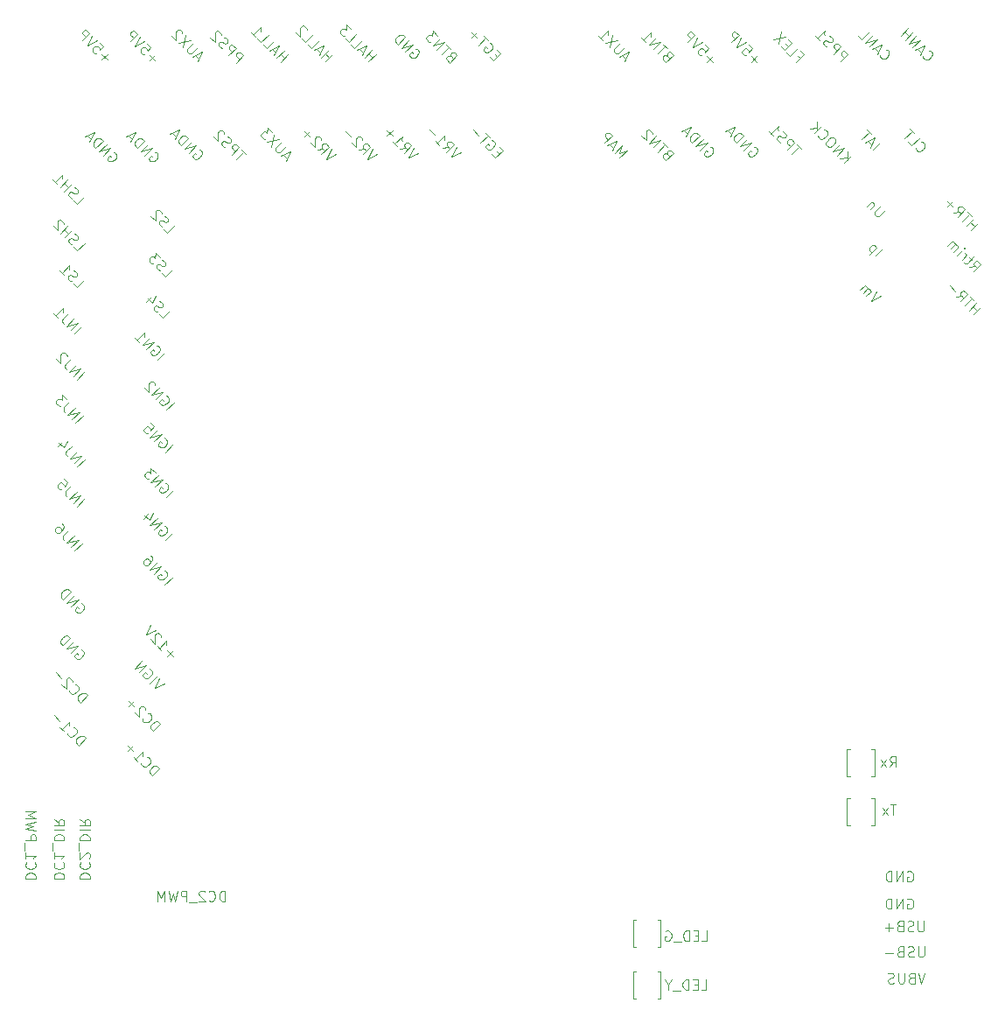
<source format=gbo>
G04 #@! TF.GenerationSoftware,KiCad,Pcbnew,7.0.9*
G04 #@! TF.CreationDate,2024-02-13T07:17:38+03:00*
G04 #@! TF.ProjectId,hellen1-uaefi,68656c6c-656e-4312-9d75-616566692e6b,rev?*
G04 #@! TF.SameCoordinates,PX55d4a80PY8f0d180*
G04 #@! TF.FileFunction,Legend,Bot*
G04 #@! TF.FilePolarity,Positive*
%FSLAX46Y46*%
G04 Gerber Fmt 4.6, Leading zero omitted, Abs format (unit mm)*
G04 Created by KiCad (PCBNEW 7.0.9) date 2024-02-13 07:17:38*
%MOMM*%
%LPD*%
G01*
G04 APERTURE LIST*
%ADD10C,0.100000*%
%ADD11C,0.120000*%
G04 APERTURE END LIST*
D10*
X36433456Y82911184D02*
X35490647Y82439779D01*
X35490647Y82439779D02*
X35962052Y83382589D01*
X34615182Y83315245D02*
X35187601Y83416260D01*
X35019243Y82911184D02*
X35726349Y83618291D01*
X35726349Y83618291D02*
X35456975Y83887665D01*
X35456975Y83887665D02*
X35355960Y83921337D01*
X35355960Y83921337D02*
X35288617Y83921337D01*
X35288617Y83921337D02*
X35187601Y83887665D01*
X35187601Y83887665D02*
X35086586Y83786650D01*
X35086586Y83786650D02*
X35052914Y83685634D01*
X35052914Y83685634D02*
X35052914Y83618291D01*
X35052914Y83618291D02*
X35086586Y83517276D01*
X35086586Y83517276D02*
X35355960Y83247902D01*
X34985571Y84224382D02*
X34985571Y84291726D01*
X34985571Y84291726D02*
X34951899Y84392741D01*
X34951899Y84392741D02*
X34783540Y84561100D01*
X34783540Y84561100D02*
X34682525Y84594772D01*
X34682525Y84594772D02*
X34615182Y84594772D01*
X34615182Y84594772D02*
X34514166Y84561100D01*
X34514166Y84561100D02*
X34446823Y84493756D01*
X34446823Y84493756D02*
X34379479Y84359069D01*
X34379479Y84359069D02*
X34379479Y83550947D01*
X34379479Y83550947D02*
X33941747Y83988680D01*
X33908075Y84561100D02*
X33369327Y85099848D01*
X89444582Y3680011D02*
X89111249Y2680011D01*
X89111249Y2680011D02*
X88777916Y3680011D01*
X88111249Y3203821D02*
X87968392Y3156202D01*
X87968392Y3156202D02*
X87920773Y3108583D01*
X87920773Y3108583D02*
X87873154Y3013345D01*
X87873154Y3013345D02*
X87873154Y2870488D01*
X87873154Y2870488D02*
X87920773Y2775250D01*
X87920773Y2775250D02*
X87968392Y2727630D01*
X87968392Y2727630D02*
X88063630Y2680011D01*
X88063630Y2680011D02*
X88444582Y2680011D01*
X88444582Y2680011D02*
X88444582Y3680011D01*
X88444582Y3680011D02*
X88111249Y3680011D01*
X88111249Y3680011D02*
X88016011Y3632392D01*
X88016011Y3632392D02*
X87968392Y3584773D01*
X87968392Y3584773D02*
X87920773Y3489535D01*
X87920773Y3489535D02*
X87920773Y3394297D01*
X87920773Y3394297D02*
X87968392Y3299059D01*
X87968392Y3299059D02*
X88016011Y3251440D01*
X88016011Y3251440D02*
X88111249Y3203821D01*
X88111249Y3203821D02*
X88444582Y3203821D01*
X87444582Y3680011D02*
X87444582Y2870488D01*
X87444582Y2870488D02*
X87396963Y2775250D01*
X87396963Y2775250D02*
X87349344Y2727630D01*
X87349344Y2727630D02*
X87254106Y2680011D01*
X87254106Y2680011D02*
X87063630Y2680011D01*
X87063630Y2680011D02*
X86968392Y2727630D01*
X86968392Y2727630D02*
X86920773Y2775250D01*
X86920773Y2775250D02*
X86873154Y2870488D01*
X86873154Y2870488D02*
X86873154Y3680011D01*
X86444582Y2727630D02*
X86301725Y2680011D01*
X86301725Y2680011D02*
X86063630Y2680011D01*
X86063630Y2680011D02*
X85968392Y2727630D01*
X85968392Y2727630D02*
X85920773Y2775250D01*
X85920773Y2775250D02*
X85873154Y2870488D01*
X85873154Y2870488D02*
X85873154Y2965726D01*
X85873154Y2965726D02*
X85920773Y3060964D01*
X85920773Y3060964D02*
X85968392Y3108583D01*
X85968392Y3108583D02*
X86063630Y3156202D01*
X86063630Y3156202D02*
X86254106Y3203821D01*
X86254106Y3203821D02*
X86349344Y3251440D01*
X86349344Y3251440D02*
X86396963Y3299059D01*
X86396963Y3299059D02*
X86444582Y3394297D01*
X86444582Y3394297D02*
X86444582Y3489535D01*
X86444582Y3489535D02*
X86396963Y3584773D01*
X86396963Y3584773D02*
X86349344Y3632392D01*
X86349344Y3632392D02*
X86254106Y3680011D01*
X86254106Y3680011D02*
X86016011Y3680011D01*
X86016011Y3680011D02*
X85873154Y3632392D01*
X84625334Y73055092D02*
X85332441Y73762199D01*
X84760022Y73863214D02*
X84052915Y73156107D01*
X84726350Y73829542D02*
X84692678Y73930558D01*
X84692678Y73930558D02*
X84557991Y74065245D01*
X84557991Y74065245D02*
X84456976Y74098916D01*
X84456976Y74098916D02*
X84389632Y74098916D01*
X84389632Y74098916D02*
X84288617Y74065245D01*
X84288617Y74065245D02*
X84086587Y73863214D01*
X84086587Y73863214D02*
X84052915Y73762199D01*
X84052915Y73762199D02*
X84052915Y73694855D01*
X84052915Y73694855D02*
X84086587Y73593840D01*
X84086587Y73593840D02*
X84221274Y73459153D01*
X84221274Y73459153D02*
X84322289Y73425481D01*
X87751573Y10848867D02*
X87846811Y10896486D01*
X87846811Y10896486D02*
X87989668Y10896486D01*
X87989668Y10896486D02*
X88132525Y10848867D01*
X88132525Y10848867D02*
X88227763Y10753629D01*
X88227763Y10753629D02*
X88275382Y10658391D01*
X88275382Y10658391D02*
X88323001Y10467915D01*
X88323001Y10467915D02*
X88323001Y10325058D01*
X88323001Y10325058D02*
X88275382Y10134582D01*
X88275382Y10134582D02*
X88227763Y10039344D01*
X88227763Y10039344D02*
X88132525Y9944105D01*
X88132525Y9944105D02*
X87989668Y9896486D01*
X87989668Y9896486D02*
X87894430Y9896486D01*
X87894430Y9896486D02*
X87751573Y9944105D01*
X87751573Y9944105D02*
X87703954Y9991725D01*
X87703954Y9991725D02*
X87703954Y10325058D01*
X87703954Y10325058D02*
X87894430Y10325058D01*
X87275382Y9896486D02*
X87275382Y10896486D01*
X87275382Y10896486D02*
X86703954Y9896486D01*
X86703954Y9896486D02*
X86703954Y10896486D01*
X86227763Y9896486D02*
X86227763Y10896486D01*
X86227763Y10896486D02*
X85989668Y10896486D01*
X85989668Y10896486D02*
X85846811Y10848867D01*
X85846811Y10848867D02*
X85751573Y10753629D01*
X85751573Y10753629D02*
X85703954Y10658391D01*
X85703954Y10658391D02*
X85656335Y10467915D01*
X85656335Y10467915D02*
X85656335Y10325058D01*
X85656335Y10325058D02*
X85703954Y10134582D01*
X85703954Y10134582D02*
X85751573Y10039344D01*
X85751573Y10039344D02*
X85846811Y9944105D01*
X85846811Y9944105D02*
X85989668Y9896486D01*
X85989668Y9896486D02*
X86227763Y9896486D01*
X81292578Y91873384D02*
X81999685Y92580491D01*
X81999685Y92580491D02*
X81730311Y92849865D01*
X81730311Y92849865D02*
X81629296Y92883537D01*
X81629296Y92883537D02*
X81561952Y92883537D01*
X81561952Y92883537D02*
X81460937Y92849865D01*
X81460937Y92849865D02*
X81359922Y92748850D01*
X81359922Y92748850D02*
X81326250Y92647835D01*
X81326250Y92647835D02*
X81326250Y92580491D01*
X81326250Y92580491D02*
X81359922Y92479476D01*
X81359922Y92479476D02*
X81629296Y92210102D01*
X80585471Y92580491D02*
X81292578Y93287598D01*
X81292578Y93287598D02*
X81023204Y93556972D01*
X81023204Y93556972D02*
X80922189Y93590644D01*
X80922189Y93590644D02*
X80854845Y93590644D01*
X80854845Y93590644D02*
X80753830Y93556972D01*
X80753830Y93556972D02*
X80652815Y93455957D01*
X80652815Y93455957D02*
X80619143Y93354942D01*
X80619143Y93354942D02*
X80619143Y93287598D01*
X80619143Y93287598D02*
X80652815Y93186583D01*
X80652815Y93186583D02*
X80922189Y92917209D01*
X79945708Y93287598D02*
X79811021Y93354942D01*
X79811021Y93354942D02*
X79642662Y93523300D01*
X79642662Y93523300D02*
X79608991Y93624316D01*
X79608991Y93624316D02*
X79608991Y93691659D01*
X79608991Y93691659D02*
X79642662Y93792674D01*
X79642662Y93792674D02*
X79710006Y93860018D01*
X79710006Y93860018D02*
X79811021Y93893690D01*
X79811021Y93893690D02*
X79878365Y93893690D01*
X79878365Y93893690D02*
X79979380Y93860018D01*
X79979380Y93860018D02*
X80147739Y93759003D01*
X80147739Y93759003D02*
X80248754Y93725331D01*
X80248754Y93725331D02*
X80316097Y93725331D01*
X80316097Y93725331D02*
X80417113Y93759003D01*
X80417113Y93759003D02*
X80484456Y93826346D01*
X80484456Y93826346D02*
X80518128Y93927361D01*
X80518128Y93927361D02*
X80518128Y93994705D01*
X80518128Y93994705D02*
X80484456Y94095720D01*
X80484456Y94095720D02*
X80316097Y94264079D01*
X80316097Y94264079D02*
X80181410Y94331422D01*
X78834540Y94331422D02*
X79238601Y93927361D01*
X79036571Y94129392D02*
X79743678Y94836499D01*
X79743678Y94836499D02*
X79710006Y94668140D01*
X79710006Y94668140D02*
X79710006Y94533453D01*
X79710006Y94533453D02*
X79743678Y94432438D01*
X7407407Y52685952D02*
X8114514Y53393059D01*
X7070690Y53022670D02*
X7777797Y53729776D01*
X7777797Y53729776D02*
X6666629Y53426731D01*
X6666629Y53426731D02*
X7373736Y54133837D01*
X6834988Y54672585D02*
X6329912Y54167509D01*
X6329912Y54167509D02*
X6262568Y54032822D01*
X6262568Y54032822D02*
X6262568Y53898135D01*
X6262568Y53898135D02*
X6329912Y53763448D01*
X6329912Y53763448D02*
X6397255Y53696105D01*
X5959522Y55076647D02*
X5488118Y54605242D01*
X6397255Y55177662D02*
X6060537Y54504227D01*
X6060537Y54504227D02*
X5622805Y54941960D01*
X27091077Y91815453D02*
X27798184Y92522560D01*
X27461467Y92185843D02*
X27057405Y92589904D01*
X26687016Y92219514D02*
X27394123Y92926621D01*
X26586001Y92724591D02*
X26249283Y93061308D01*
X26451314Y92455217D02*
X26922719Y93398026D01*
X26922719Y93398026D02*
X25979909Y92926621D01*
X25407490Y93499041D02*
X25744207Y93162324D01*
X25744207Y93162324D02*
X26451314Y93869430D01*
X24835070Y94071461D02*
X25171787Y93734743D01*
X25171787Y93734743D02*
X25878894Y94441850D01*
X24228978Y94677553D02*
X24633039Y94273492D01*
X24431009Y94475522D02*
X25138115Y95182629D01*
X25138115Y95182629D02*
X25104444Y95014270D01*
X25104444Y95014270D02*
X25104444Y94879583D01*
X25104444Y94879583D02*
X25138115Y94778568D01*
X59875334Y82555092D02*
X60582441Y83262199D01*
X60582441Y83262199D02*
X59841662Y82992825D01*
X59841662Y82992825D02*
X60111037Y83733604D01*
X60111037Y83733604D02*
X59403930Y83026497D01*
X59302915Y83531573D02*
X58966197Y83868291D01*
X59168228Y83262199D02*
X59639632Y84205008D01*
X59639632Y84205008D02*
X58696823Y83733604D01*
X58461121Y83969306D02*
X59168227Y84676413D01*
X59168227Y84676413D02*
X58898853Y84945787D01*
X58898853Y84945787D02*
X58797838Y84979459D01*
X58797838Y84979459D02*
X58730495Y84979459D01*
X58730495Y84979459D02*
X58629479Y84945787D01*
X58629479Y84945787D02*
X58528464Y84844772D01*
X58528464Y84844772D02*
X58494792Y84743756D01*
X58494792Y84743756D02*
X58494792Y84676413D01*
X58494792Y84676413D02*
X58528464Y84575398D01*
X58528464Y84575398D02*
X58797838Y84306024D01*
X68894708Y91824466D02*
X68355960Y92363214D01*
X68355960Y91824466D02*
X68894708Y92363214D01*
X68120258Y93474382D02*
X68456976Y93137665D01*
X68456976Y93137665D02*
X68153930Y92767275D01*
X68153930Y92767275D02*
X68153930Y92834619D01*
X68153930Y92834619D02*
X68120258Y92935634D01*
X68120258Y92935634D02*
X67951899Y93103993D01*
X67951899Y93103993D02*
X67850884Y93137665D01*
X67850884Y93137665D02*
X67783541Y93137665D01*
X67783541Y93137665D02*
X67682525Y93103993D01*
X67682525Y93103993D02*
X67514167Y92935634D01*
X67514167Y92935634D02*
X67480495Y92834619D01*
X67480495Y92834619D02*
X67480495Y92767275D01*
X67480495Y92767275D02*
X67514167Y92666260D01*
X67514167Y92666260D02*
X67682525Y92497901D01*
X67682525Y92497901D02*
X67783541Y92464230D01*
X67783541Y92464230D02*
X67850884Y92464230D01*
X67884556Y93710084D02*
X66941747Y93238680D01*
X66941747Y93238680D02*
X67413151Y94181489D01*
X66470342Y93710085D02*
X67177449Y94417191D01*
X67177449Y94417191D02*
X66908075Y94686565D01*
X66908075Y94686565D02*
X66807060Y94720237D01*
X66807060Y94720237D02*
X66739716Y94720237D01*
X66739716Y94720237D02*
X66638701Y94686565D01*
X66638701Y94686565D02*
X66537686Y94585550D01*
X66537686Y94585550D02*
X66504014Y94484535D01*
X66504014Y94484535D02*
X66504014Y94417191D01*
X66504014Y94417191D02*
X66537686Y94316176D01*
X66537686Y94316176D02*
X66807060Y94046802D01*
X7627580Y12803885D02*
X8627580Y12803885D01*
X8627580Y12803885D02*
X8627580Y13041980D01*
X8627580Y13041980D02*
X8579961Y13184837D01*
X8579961Y13184837D02*
X8484723Y13280075D01*
X8484723Y13280075D02*
X8389485Y13327694D01*
X8389485Y13327694D02*
X8199009Y13375313D01*
X8199009Y13375313D02*
X8056152Y13375313D01*
X8056152Y13375313D02*
X7865676Y13327694D01*
X7865676Y13327694D02*
X7770438Y13280075D01*
X7770438Y13280075D02*
X7675200Y13184837D01*
X7675200Y13184837D02*
X7627580Y13041980D01*
X7627580Y13041980D02*
X7627580Y12803885D01*
X7722819Y14375313D02*
X7675200Y14327694D01*
X7675200Y14327694D02*
X7627580Y14184837D01*
X7627580Y14184837D02*
X7627580Y14089599D01*
X7627580Y14089599D02*
X7675200Y13946742D01*
X7675200Y13946742D02*
X7770438Y13851504D01*
X7770438Y13851504D02*
X7865676Y13803885D01*
X7865676Y13803885D02*
X8056152Y13756266D01*
X8056152Y13756266D02*
X8199009Y13756266D01*
X8199009Y13756266D02*
X8389485Y13803885D01*
X8389485Y13803885D02*
X8484723Y13851504D01*
X8484723Y13851504D02*
X8579961Y13946742D01*
X8579961Y13946742D02*
X8627580Y14089599D01*
X8627580Y14089599D02*
X8627580Y14184837D01*
X8627580Y14184837D02*
X8579961Y14327694D01*
X8579961Y14327694D02*
X8532342Y14375313D01*
X8532342Y14756266D02*
X8579961Y14803885D01*
X8579961Y14803885D02*
X8627580Y14899123D01*
X8627580Y14899123D02*
X8627580Y15137218D01*
X8627580Y15137218D02*
X8579961Y15232456D01*
X8579961Y15232456D02*
X8532342Y15280075D01*
X8532342Y15280075D02*
X8437104Y15327694D01*
X8437104Y15327694D02*
X8341866Y15327694D01*
X8341866Y15327694D02*
X8199009Y15280075D01*
X8199009Y15280075D02*
X7627580Y14708647D01*
X7627580Y14708647D02*
X7627580Y15327694D01*
X7532342Y15518170D02*
X7532342Y16280075D01*
X7627580Y16518171D02*
X8627580Y16518171D01*
X8627580Y16518171D02*
X8627580Y16756266D01*
X8627580Y16756266D02*
X8579961Y16899123D01*
X8579961Y16899123D02*
X8484723Y16994361D01*
X8484723Y16994361D02*
X8389485Y17041980D01*
X8389485Y17041980D02*
X8199009Y17089599D01*
X8199009Y17089599D02*
X8056152Y17089599D01*
X8056152Y17089599D02*
X7865676Y17041980D01*
X7865676Y17041980D02*
X7770438Y16994361D01*
X7770438Y16994361D02*
X7675200Y16899123D01*
X7675200Y16899123D02*
X7627580Y16756266D01*
X7627580Y16756266D02*
X7627580Y16518171D01*
X7627580Y17518171D02*
X8627580Y17518171D01*
X7627580Y18565789D02*
X8103771Y18232456D01*
X7627580Y17994361D02*
X8627580Y17994361D01*
X8627580Y17994361D02*
X8627580Y18375313D01*
X8627580Y18375313D02*
X8579961Y18470551D01*
X8579961Y18470551D02*
X8532342Y18518170D01*
X8532342Y18518170D02*
X8437104Y18565789D01*
X8437104Y18565789D02*
X8294247Y18565789D01*
X8294247Y18565789D02*
X8199009Y18518170D01*
X8199009Y18518170D02*
X8151390Y18470551D01*
X8151390Y18470551D02*
X8103771Y18375313D01*
X8103771Y18375313D02*
X8103771Y17994361D01*
X10304708Y92014466D02*
X9765960Y92553214D01*
X9765960Y92014466D02*
X10304708Y92553214D01*
X9530258Y93664382D02*
X9866976Y93327665D01*
X9866976Y93327665D02*
X9563930Y92957275D01*
X9563930Y92957275D02*
X9563930Y93024619D01*
X9563930Y93024619D02*
X9530258Y93125634D01*
X9530258Y93125634D02*
X9361899Y93293993D01*
X9361899Y93293993D02*
X9260884Y93327665D01*
X9260884Y93327665D02*
X9193541Y93327665D01*
X9193541Y93327665D02*
X9092525Y93293993D01*
X9092525Y93293993D02*
X8924167Y93125634D01*
X8924167Y93125634D02*
X8890495Y93024619D01*
X8890495Y93024619D02*
X8890495Y92957275D01*
X8890495Y92957275D02*
X8924167Y92856260D01*
X8924167Y92856260D02*
X9092525Y92687901D01*
X9092525Y92687901D02*
X9193541Y92654230D01*
X9193541Y92654230D02*
X9260884Y92654230D01*
X9294556Y93900084D02*
X8351747Y93428680D01*
X8351747Y93428680D02*
X8823151Y94371489D01*
X7880342Y93900085D02*
X8587449Y94607191D01*
X8587449Y94607191D02*
X8318075Y94876565D01*
X8318075Y94876565D02*
X8217060Y94910237D01*
X8217060Y94910237D02*
X8149716Y94910237D01*
X8149716Y94910237D02*
X8048701Y94876565D01*
X8048701Y94876565D02*
X7947686Y94775550D01*
X7947686Y94775550D02*
X7914014Y94674535D01*
X7914014Y94674535D02*
X7914014Y94607191D01*
X7914014Y94607191D02*
X7947686Y94506176D01*
X7947686Y94506176D02*
X8217060Y94236802D01*
X89238707Y92366172D02*
X89238707Y92298828D01*
X89238707Y92298828D02*
X89306050Y92164141D01*
X89306050Y92164141D02*
X89373394Y92096798D01*
X89373394Y92096798D02*
X89508081Y92029454D01*
X89508081Y92029454D02*
X89642768Y92029454D01*
X89642768Y92029454D02*
X89743783Y92063126D01*
X89743783Y92063126D02*
X89912142Y92164141D01*
X89912142Y92164141D02*
X90013157Y92265157D01*
X90013157Y92265157D02*
X90114172Y92433515D01*
X90114172Y92433515D02*
X90147844Y92534531D01*
X90147844Y92534531D02*
X90147844Y92669218D01*
X90147844Y92669218D02*
X90080501Y92803905D01*
X90080501Y92803905D02*
X90013157Y92871248D01*
X90013157Y92871248D02*
X89878470Y92938592D01*
X89878470Y92938592D02*
X89811127Y92938592D01*
X89104020Y92770233D02*
X88767302Y93106951D01*
X88969333Y92500859D02*
X89440737Y93443668D01*
X89440737Y93443668D02*
X88497928Y92972264D01*
X88262226Y93207966D02*
X88969333Y93915073D01*
X88969333Y93915073D02*
X87858165Y93612027D01*
X87858165Y93612027D02*
X88565272Y94319134D01*
X87521447Y93948744D02*
X88228554Y94655851D01*
X87891837Y94319134D02*
X87487776Y94723195D01*
X87117386Y94352805D02*
X87824493Y95059912D01*
X7375334Y48805092D02*
X8082441Y49512199D01*
X7038617Y49141810D02*
X7745724Y49848916D01*
X7745724Y49848916D02*
X6634556Y49545871D01*
X6634556Y49545871D02*
X7341663Y50252977D01*
X6802915Y50791725D02*
X6297839Y50286649D01*
X6297839Y50286649D02*
X6230495Y50151962D01*
X6230495Y50151962D02*
X6230495Y50017275D01*
X6230495Y50017275D02*
X6297839Y49882588D01*
X6297839Y49882588D02*
X6365182Y49815245D01*
X6129480Y51465161D02*
X6466197Y51128443D01*
X6466197Y51128443D02*
X6163151Y50758054D01*
X6163151Y50758054D02*
X6163151Y50825397D01*
X6163151Y50825397D02*
X6129480Y50926413D01*
X6129480Y50926413D02*
X5961121Y51094771D01*
X5961121Y51094771D02*
X5860106Y51128443D01*
X5860106Y51128443D02*
X5792762Y51128443D01*
X5792762Y51128443D02*
X5691747Y51094771D01*
X5691747Y51094771D02*
X5523388Y50926413D01*
X5523388Y50926413D02*
X5489716Y50825397D01*
X5489716Y50825397D02*
X5489716Y50758054D01*
X5489716Y50758054D02*
X5523388Y50657039D01*
X5523388Y50657039D02*
X5691747Y50488680D01*
X5691747Y50488680D02*
X5792762Y50455008D01*
X5792762Y50455008D02*
X5860106Y50455008D01*
X93875334Y75555092D02*
X94582441Y76262199D01*
X94245724Y75925482D02*
X93841662Y76329543D01*
X93471273Y75959153D02*
X94178380Y76666260D01*
X93942678Y76901962D02*
X93538617Y77306024D01*
X93033540Y76396886D02*
X93740647Y77103993D01*
X92191747Y77238680D02*
X92764166Y77339695D01*
X92595808Y76834619D02*
X93302914Y77541726D01*
X93302914Y77541726D02*
X93033540Y77811100D01*
X93033540Y77811100D02*
X92932525Y77844772D01*
X92932525Y77844772D02*
X92865182Y77844772D01*
X92865182Y77844772D02*
X92764166Y77811100D01*
X92764166Y77811100D02*
X92663151Y77710085D01*
X92663151Y77710085D02*
X92629479Y77609069D01*
X92629479Y77609069D02*
X92629479Y77541726D01*
X92629479Y77541726D02*
X92663151Y77440711D01*
X92663151Y77440711D02*
X92932525Y77171337D01*
X92158075Y77811100D02*
X91619327Y78349848D01*
X91619327Y77811100D02*
X92158075Y78349848D01*
X40426573Y83007404D02*
X39483764Y82535999D01*
X39483764Y82535999D02*
X39955169Y83478809D01*
X38608299Y83411465D02*
X39180718Y83512480D01*
X39012360Y83007404D02*
X39719466Y83714511D01*
X39719466Y83714511D02*
X39450092Y83983885D01*
X39450092Y83983885D02*
X39349077Y84017557D01*
X39349077Y84017557D02*
X39281734Y84017557D01*
X39281734Y84017557D02*
X39180718Y83983885D01*
X39180718Y83983885D02*
X39079703Y83882870D01*
X39079703Y83882870D02*
X39046031Y83781854D01*
X39046031Y83781854D02*
X39046031Y83714511D01*
X39046031Y83714511D02*
X39079703Y83613496D01*
X39079703Y83613496D02*
X39349077Y83344122D01*
X37934864Y84084900D02*
X38338925Y83680839D01*
X38136894Y83882870D02*
X38844001Y84589976D01*
X38844001Y84589976D02*
X38810329Y84421618D01*
X38810329Y84421618D02*
X38810329Y84286931D01*
X38810329Y84286931D02*
X38844001Y84185915D01*
X37901192Y84657320D02*
X37362444Y85196068D01*
X37362444Y84657320D02*
X37901192Y85196068D01*
X15136269Y62986161D02*
X15843376Y63693268D01*
X15102598Y64366703D02*
X15203613Y64333031D01*
X15203613Y64333031D02*
X15304628Y64232016D01*
X15304628Y64232016D02*
X15371972Y64097329D01*
X15371972Y64097329D02*
X15371972Y63962642D01*
X15371972Y63962642D02*
X15338300Y63861627D01*
X15338300Y63861627D02*
X15237285Y63693268D01*
X15237285Y63693268D02*
X15136270Y63592253D01*
X15136270Y63592253D02*
X14967911Y63491237D01*
X14967911Y63491237D02*
X14866896Y63457566D01*
X14866896Y63457566D02*
X14732209Y63457566D01*
X14732209Y63457566D02*
X14597522Y63524909D01*
X14597522Y63524909D02*
X14530178Y63592253D01*
X14530178Y63592253D02*
X14462835Y63726940D01*
X14462835Y63726940D02*
X14462835Y63794283D01*
X14462835Y63794283D02*
X14698537Y64029985D01*
X14698537Y64029985D02*
X14833224Y63895298D01*
X14092445Y64029985D02*
X14799552Y64737092D01*
X14799552Y64737092D02*
X13688384Y64434046D01*
X13688384Y64434046D02*
X14395491Y65141153D01*
X12981278Y65141153D02*
X13385339Y64737092D01*
X13183308Y64939123D02*
X13890415Y65646229D01*
X13890415Y65646229D02*
X13856743Y65477871D01*
X13856743Y65477871D02*
X13856743Y65343184D01*
X13856743Y65343184D02*
X13890415Y65242168D01*
X68678380Y83598917D02*
X68779395Y83565245D01*
X68779395Y83565245D02*
X68880411Y83464230D01*
X68880411Y83464230D02*
X68947754Y83329543D01*
X68947754Y83329543D02*
X68947754Y83194856D01*
X68947754Y83194856D02*
X68914082Y83093840D01*
X68914082Y83093840D02*
X68813067Y82925482D01*
X68813067Y82925482D02*
X68712052Y82824466D01*
X68712052Y82824466D02*
X68543693Y82723451D01*
X68543693Y82723451D02*
X68442678Y82689779D01*
X68442678Y82689779D02*
X68307991Y82689779D01*
X68307991Y82689779D02*
X68173304Y82757123D01*
X68173304Y82757123D02*
X68105960Y82824466D01*
X68105960Y82824466D02*
X68038617Y82959153D01*
X68038617Y82959153D02*
X68038617Y83026497D01*
X68038617Y83026497D02*
X68274319Y83262199D01*
X68274319Y83262199D02*
X68409006Y83127512D01*
X67668227Y83262199D02*
X68375334Y83969306D01*
X68375334Y83969306D02*
X67264166Y83666260D01*
X67264166Y83666260D02*
X67971273Y84373367D01*
X66927449Y84002978D02*
X67634556Y84710085D01*
X67634556Y84710085D02*
X67466197Y84878443D01*
X67466197Y84878443D02*
X67331510Y84945787D01*
X67331510Y84945787D02*
X67196823Y84945787D01*
X67196823Y84945787D02*
X67095808Y84912115D01*
X67095808Y84912115D02*
X66927449Y84811100D01*
X66927449Y84811100D02*
X66826434Y84710085D01*
X66826434Y84710085D02*
X66725418Y84541726D01*
X66725418Y84541726D02*
X66691747Y84440711D01*
X66691747Y84440711D02*
X66691747Y84306024D01*
X66691747Y84306024D02*
X66759090Y84171336D01*
X66759090Y84171336D02*
X66927449Y84002978D01*
X66456044Y84878443D02*
X66119327Y85215161D01*
X66321357Y84609069D02*
X66792762Y85551878D01*
X66792762Y85551878D02*
X65849953Y85080474D01*
X77136580Y92422457D02*
X77372283Y92186755D01*
X77001893Y91816365D02*
X77709000Y92523472D01*
X77709000Y92523472D02*
X77372283Y92860190D01*
X76059084Y92759175D02*
X76395802Y92422457D01*
X76395802Y92422457D02*
X77102908Y93129564D01*
X76193771Y93365266D02*
X75958069Y93600969D01*
X75486664Y93331595D02*
X75823382Y92994877D01*
X75823382Y92994877D02*
X76530488Y93701984D01*
X76530488Y93701984D02*
X76193771Y94038701D01*
X75958069Y94274404D02*
X74779557Y94038701D01*
X75486664Y94745808D02*
X75250962Y93567297D01*
X7038617Y78391810D02*
X7375334Y78055092D01*
X7375334Y78055092D02*
X8082441Y78762199D01*
X6870258Y78627512D02*
X6735571Y78694856D01*
X6735571Y78694856D02*
X6567212Y78863215D01*
X6567212Y78863215D02*
X6533540Y78964230D01*
X6533540Y78964230D02*
X6533540Y79031573D01*
X6533540Y79031573D02*
X6567212Y79132589D01*
X6567212Y79132589D02*
X6634556Y79199932D01*
X6634556Y79199932D02*
X6735571Y79233604D01*
X6735571Y79233604D02*
X6802914Y79233604D01*
X6802914Y79233604D02*
X6903930Y79199932D01*
X6903930Y79199932D02*
X7072288Y79098917D01*
X7072288Y79098917D02*
X7173304Y79065245D01*
X7173304Y79065245D02*
X7240647Y79065245D01*
X7240647Y79065245D02*
X7341662Y79098917D01*
X7341662Y79098917D02*
X7409006Y79166260D01*
X7409006Y79166260D02*
X7442678Y79267276D01*
X7442678Y79267276D02*
X7442678Y79334619D01*
X7442678Y79334619D02*
X7409006Y79435634D01*
X7409006Y79435634D02*
X7240647Y79603993D01*
X7240647Y79603993D02*
X7105960Y79671337D01*
X6129479Y79300947D02*
X6836586Y80008054D01*
X6499869Y79671337D02*
X6095808Y80075398D01*
X5725418Y79705008D02*
X6432525Y80412115D01*
X5018312Y80412115D02*
X5422373Y80008054D01*
X5220342Y80210085D02*
X5927449Y80917191D01*
X5927449Y80917191D02*
X5893777Y80748833D01*
X5893777Y80748833D02*
X5893777Y80614146D01*
X5893777Y80614146D02*
X5927449Y80513130D01*
X94118378Y67389477D02*
X94825485Y68096584D01*
X94488768Y67759867D02*
X94084706Y68163928D01*
X93714317Y67793538D02*
X94421424Y68500645D01*
X94185722Y68736347D02*
X93781661Y69140409D01*
X93276584Y68231271D02*
X93983691Y68938378D01*
X92434791Y69073065D02*
X93007210Y69174080D01*
X92838852Y68669004D02*
X93545958Y69376111D01*
X93545958Y69376111D02*
X93276584Y69645485D01*
X93276584Y69645485D02*
X93175569Y69679157D01*
X93175569Y69679157D02*
X93108226Y69679157D01*
X93108226Y69679157D02*
X93007210Y69645485D01*
X93007210Y69645485D02*
X92906195Y69544470D01*
X92906195Y69544470D02*
X92872523Y69443454D01*
X92872523Y69443454D02*
X92872523Y69376111D01*
X92872523Y69376111D02*
X92906195Y69275096D01*
X92906195Y69275096D02*
X93175569Y69005722D01*
X92401119Y69645485D02*
X91862371Y70184233D01*
X31420962Y91847527D02*
X32128069Y92554634D01*
X31791352Y92217917D02*
X31387290Y92621978D01*
X31016901Y92251588D02*
X31724008Y92958695D01*
X30915886Y92756665D02*
X30579168Y93093382D01*
X30781199Y92487291D02*
X31252604Y93430100D01*
X31252604Y93430100D02*
X30309794Y92958695D01*
X29737375Y93531115D02*
X30074092Y93194398D01*
X30074092Y93194398D02*
X30781199Y93901504D01*
X29164955Y94103535D02*
X29501672Y93766817D01*
X29501672Y93766817D02*
X30208779Y94473924D01*
X29602687Y94945329D02*
X29602687Y95012672D01*
X29602687Y95012672D02*
X29569016Y95113688D01*
X29569016Y95113688D02*
X29400657Y95282046D01*
X29400657Y95282046D02*
X29299642Y95315718D01*
X29299642Y95315718D02*
X29232298Y95315718D01*
X29232298Y95315718D02*
X29131283Y95282046D01*
X29131283Y95282046D02*
X29063939Y95214703D01*
X29063939Y95214703D02*
X28996596Y95080016D01*
X28996596Y95080016D02*
X28996596Y94271894D01*
X28996596Y94271894D02*
X28558863Y94709627D01*
X84375334Y83305092D02*
X85082441Y84012199D01*
X84274319Y83810168D02*
X83937602Y84146886D01*
X84139632Y83540794D02*
X84611037Y84483603D01*
X84611037Y84483603D02*
X83668228Y84012199D01*
X84240647Y84853993D02*
X83836586Y85258054D01*
X83331510Y84348917D02*
X84038617Y85056023D01*
X43574899Y92357399D02*
X43440212Y92424742D01*
X43440212Y92424742D02*
X43372869Y92424742D01*
X43372869Y92424742D02*
X43271853Y92391071D01*
X43271853Y92391071D02*
X43170838Y92290055D01*
X43170838Y92290055D02*
X43137166Y92189040D01*
X43137166Y92189040D02*
X43137166Y92121697D01*
X43137166Y92121697D02*
X43170838Y92020681D01*
X43170838Y92020681D02*
X43440212Y91751307D01*
X43440212Y91751307D02*
X44147319Y92458414D01*
X44147319Y92458414D02*
X43911617Y92694117D01*
X43911617Y92694117D02*
X43810602Y92727788D01*
X43810602Y92727788D02*
X43743258Y92727788D01*
X43743258Y92727788D02*
X43642243Y92694117D01*
X43642243Y92694117D02*
X43574899Y92626773D01*
X43574899Y92626773D02*
X43541228Y92525758D01*
X43541228Y92525758D02*
X43541228Y92458414D01*
X43541228Y92458414D02*
X43574899Y92357399D01*
X43574899Y92357399D02*
X43810602Y92121697D01*
X43541228Y93064506D02*
X43137166Y93468567D01*
X42632090Y92559429D02*
X43339197Y93266536D01*
X42194357Y92997162D02*
X42901464Y93704269D01*
X42901464Y93704269D02*
X41790296Y93401223D01*
X41790296Y93401223D02*
X42497403Y94108330D01*
X42228029Y94377704D02*
X41790296Y94815437D01*
X41790296Y94815437D02*
X41756625Y94310361D01*
X41756625Y94310361D02*
X41655609Y94411376D01*
X41655609Y94411376D02*
X41554594Y94445048D01*
X41554594Y94445048D02*
X41487251Y94445048D01*
X41487251Y94445048D02*
X41386235Y94411376D01*
X41386235Y94411376D02*
X41217877Y94243017D01*
X41217877Y94243017D02*
X41184205Y94142002D01*
X41184205Y94142002D02*
X41184205Y94074658D01*
X41184205Y94074658D02*
X41217877Y93973643D01*
X41217877Y93973643D02*
X41419907Y93771613D01*
X41419907Y93771613D02*
X41520922Y93737941D01*
X41520922Y93737941D02*
X41588266Y93737941D01*
X85582441Y77512199D02*
X85010021Y76939779D01*
X85010021Y76939779D02*
X84909006Y76906108D01*
X84909006Y76906108D02*
X84841662Y76906108D01*
X84841662Y76906108D02*
X84740647Y76939779D01*
X84740647Y76939779D02*
X84605960Y77074466D01*
X84605960Y77074466D02*
X84572288Y77175482D01*
X84572288Y77175482D02*
X84572288Y77242825D01*
X84572288Y77242825D02*
X84605960Y77343840D01*
X84605960Y77343840D02*
X85178380Y77916260D01*
X84605960Y78017275D02*
X84134556Y77545871D01*
X84538617Y77949932D02*
X84538617Y78017275D01*
X84538617Y78017275D02*
X84504945Y78118291D01*
X84504945Y78118291D02*
X84403930Y78219306D01*
X84403930Y78219306D02*
X84302915Y78252978D01*
X84302915Y78252978D02*
X84201899Y78219306D01*
X84201899Y78219306D02*
X83831510Y77848917D01*
X7125334Y44555092D02*
X7832441Y45262199D01*
X6788617Y44891810D02*
X7495724Y45598916D01*
X7495724Y45598916D02*
X6384556Y45295871D01*
X6384556Y45295871D02*
X7091663Y46002977D01*
X6552915Y46541725D02*
X6047839Y46036649D01*
X6047839Y46036649D02*
X5980495Y45901962D01*
X5980495Y45901962D02*
X5980495Y45767275D01*
X5980495Y45767275D02*
X6047839Y45632588D01*
X6047839Y45632588D02*
X6115182Y45565245D01*
X5913151Y47181489D02*
X6047838Y47046802D01*
X6047838Y47046802D02*
X6081510Y46945787D01*
X6081510Y46945787D02*
X6081510Y46878443D01*
X6081510Y46878443D02*
X6047838Y46710084D01*
X6047838Y46710084D02*
X5946823Y46541726D01*
X5946823Y46541726D02*
X5677449Y46272352D01*
X5677449Y46272352D02*
X5576434Y46238680D01*
X5576434Y46238680D02*
X5509090Y46238680D01*
X5509090Y46238680D02*
X5408075Y46272352D01*
X5408075Y46272352D02*
X5273388Y46407039D01*
X5273388Y46407039D02*
X5239716Y46508054D01*
X5239716Y46508054D02*
X5239716Y46575397D01*
X5239716Y46575397D02*
X5273388Y46676413D01*
X5273388Y46676413D02*
X5441747Y46844771D01*
X5441747Y46844771D02*
X5542762Y46878443D01*
X5542762Y46878443D02*
X5610106Y46878443D01*
X5610106Y46878443D02*
X5711121Y46844771D01*
X5711121Y46844771D02*
X5845808Y46710084D01*
X5845808Y46710084D02*
X5879480Y46609069D01*
X5879480Y46609069D02*
X5879480Y46541726D01*
X5879480Y46541726D02*
X5845808Y46440710D01*
X22735334Y91745092D02*
X23442441Y92452199D01*
X23442441Y92452199D02*
X23173067Y92721573D01*
X23173067Y92721573D02*
X23072052Y92755245D01*
X23072052Y92755245D02*
X23004708Y92755245D01*
X23004708Y92755245D02*
X22903693Y92721573D01*
X22903693Y92721573D02*
X22802678Y92620558D01*
X22802678Y92620558D02*
X22769006Y92519543D01*
X22769006Y92519543D02*
X22769006Y92452199D01*
X22769006Y92452199D02*
X22802678Y92351184D01*
X22802678Y92351184D02*
X23072052Y92081810D01*
X22028227Y92452199D02*
X22735334Y93159306D01*
X22735334Y93159306D02*
X22465960Y93428680D01*
X22465960Y93428680D02*
X22364945Y93462352D01*
X22364945Y93462352D02*
X22297601Y93462352D01*
X22297601Y93462352D02*
X22196586Y93428680D01*
X22196586Y93428680D02*
X22095571Y93327665D01*
X22095571Y93327665D02*
X22061899Y93226650D01*
X22061899Y93226650D02*
X22061899Y93159306D01*
X22061899Y93159306D02*
X22095571Y93058291D01*
X22095571Y93058291D02*
X22364945Y92788917D01*
X21388464Y93159306D02*
X21253777Y93226650D01*
X21253777Y93226650D02*
X21085418Y93395008D01*
X21085418Y93395008D02*
X21051747Y93496024D01*
X21051747Y93496024D02*
X21051747Y93563367D01*
X21051747Y93563367D02*
X21085418Y93664382D01*
X21085418Y93664382D02*
X21152762Y93731726D01*
X21152762Y93731726D02*
X21253777Y93765398D01*
X21253777Y93765398D02*
X21321121Y93765398D01*
X21321121Y93765398D02*
X21422136Y93731726D01*
X21422136Y93731726D02*
X21590495Y93630711D01*
X21590495Y93630711D02*
X21691510Y93597039D01*
X21691510Y93597039D02*
X21758853Y93597039D01*
X21758853Y93597039D02*
X21859869Y93630711D01*
X21859869Y93630711D02*
X21927212Y93698054D01*
X21927212Y93698054D02*
X21960884Y93799069D01*
X21960884Y93799069D02*
X21960884Y93866413D01*
X21960884Y93866413D02*
X21927212Y93967428D01*
X21927212Y93967428D02*
X21758853Y94135787D01*
X21758853Y94135787D02*
X21624166Y94203130D01*
X21321121Y94438833D02*
X21321121Y94506176D01*
X21321121Y94506176D02*
X21287449Y94607191D01*
X21287449Y94607191D02*
X21119090Y94775550D01*
X21119090Y94775550D02*
X21018075Y94809222D01*
X21018075Y94809222D02*
X20950731Y94809222D01*
X20950731Y94809222D02*
X20849716Y94775550D01*
X20849716Y94775550D02*
X20782373Y94708207D01*
X20782373Y94708207D02*
X20715029Y94573520D01*
X20715029Y94573520D02*
X20715029Y93765398D01*
X20715029Y93765398D02*
X20277296Y94203130D01*
X85183456Y69161184D02*
X84240647Y68689779D01*
X84240647Y68689779D02*
X84712052Y69632589D01*
X83769243Y69161184D02*
X84240647Y69632589D01*
X84173304Y69565245D02*
X84173304Y69632589D01*
X84173304Y69632589D02*
X84139632Y69733604D01*
X84139632Y69733604D02*
X84038617Y69834619D01*
X84038617Y69834619D02*
X83937601Y69868291D01*
X83937601Y69868291D02*
X83836586Y69834619D01*
X83836586Y69834619D02*
X83466197Y69464230D01*
X83836586Y69834619D02*
X83870258Y69935634D01*
X83870258Y69935634D02*
X83836586Y70036650D01*
X83836586Y70036650D02*
X83735571Y70137665D01*
X83735571Y70137665D02*
X83634556Y70171337D01*
X83634556Y70171337D02*
X83533540Y70137665D01*
X83533540Y70137665D02*
X83163151Y69767276D01*
X60469685Y92113017D02*
X60132967Y92449735D01*
X60334998Y91843643D02*
X60806402Y92786452D01*
X60806402Y92786452D02*
X59863593Y92315048D01*
X60334997Y93257857D02*
X59762578Y92685437D01*
X59762578Y92685437D02*
X59661562Y92651765D01*
X59661562Y92651765D02*
X59594219Y92651765D01*
X59594219Y92651765D02*
X59493204Y92685437D01*
X59493204Y92685437D02*
X59358517Y92820124D01*
X59358517Y92820124D02*
X59324845Y92921139D01*
X59324845Y92921139D02*
X59324845Y92988483D01*
X59324845Y92988483D02*
X59358517Y93089498D01*
X59358517Y93089498D02*
X59930936Y93661918D01*
X59661562Y93931292D02*
X58483051Y93695590D01*
X59190158Y94402696D02*
X58954456Y93224185D01*
X57843288Y94335353D02*
X58247349Y93931292D01*
X58045318Y94133322D02*
X58752425Y94840429D01*
X58752425Y94840429D02*
X58718753Y94672070D01*
X58718753Y94672070D02*
X58718753Y94537383D01*
X58718753Y94537383D02*
X58752425Y94436368D01*
X81625334Y82055092D02*
X82332441Y82762199D01*
X81221273Y82459153D02*
X81928380Y82560169D01*
X81928380Y83166260D02*
X81928380Y82358138D01*
X80918227Y82762199D02*
X81625334Y83469306D01*
X81625334Y83469306D02*
X80514166Y83166260D01*
X80514166Y83166260D02*
X81221273Y83873367D01*
X80749869Y84344772D02*
X80615182Y84479459D01*
X80615182Y84479459D02*
X80514166Y84513130D01*
X80514166Y84513130D02*
X80379479Y84513130D01*
X80379479Y84513130D02*
X80211121Y84412115D01*
X80211121Y84412115D02*
X79975418Y84176413D01*
X79975418Y84176413D02*
X79874403Y84008054D01*
X79874403Y84008054D02*
X79874403Y83873367D01*
X79874403Y83873367D02*
X79908075Y83772352D01*
X79908075Y83772352D02*
X80042762Y83637665D01*
X80042762Y83637665D02*
X80143777Y83603993D01*
X80143777Y83603993D02*
X80278464Y83603993D01*
X80278464Y83603993D02*
X80446823Y83705008D01*
X80446823Y83705008D02*
X80682525Y83940711D01*
X80682525Y83940711D02*
X80783540Y84109069D01*
X80783540Y84109069D02*
X80783540Y84243756D01*
X80783540Y84243756D02*
X80749869Y84344772D01*
X79099953Y84715161D02*
X79099953Y84647817D01*
X79099953Y84647817D02*
X79167296Y84513130D01*
X79167296Y84513130D02*
X79234640Y84445787D01*
X79234640Y84445787D02*
X79369327Y84378443D01*
X79369327Y84378443D02*
X79504014Y84378443D01*
X79504014Y84378443D02*
X79605029Y84412115D01*
X79605029Y84412115D02*
X79773388Y84513130D01*
X79773388Y84513130D02*
X79874403Y84614146D01*
X79874403Y84614146D02*
X79975418Y84782504D01*
X79975418Y84782504D02*
X80009090Y84883520D01*
X80009090Y84883520D02*
X80009090Y85018207D01*
X80009090Y85018207D02*
X79941747Y85152894D01*
X79941747Y85152894D02*
X79874403Y85220237D01*
X79874403Y85220237D02*
X79739716Y85287581D01*
X79739716Y85287581D02*
X79672373Y85287581D01*
X78729564Y84950863D02*
X79436670Y85657970D01*
X78325503Y85354924D02*
X79032609Y85455939D01*
X79032609Y86062031D02*
X79032609Y85253909D01*
X15538617Y71391810D02*
X15875334Y71055092D01*
X15875334Y71055092D02*
X16582441Y71762199D01*
X15370258Y71627512D02*
X15235571Y71694856D01*
X15235571Y71694856D02*
X15067212Y71863215D01*
X15067212Y71863215D02*
X15033540Y71964230D01*
X15033540Y71964230D02*
X15033540Y72031573D01*
X15033540Y72031573D02*
X15067212Y72132589D01*
X15067212Y72132589D02*
X15134556Y72199932D01*
X15134556Y72199932D02*
X15235571Y72233604D01*
X15235571Y72233604D02*
X15302914Y72233604D01*
X15302914Y72233604D02*
X15403930Y72199932D01*
X15403930Y72199932D02*
X15572288Y72098917D01*
X15572288Y72098917D02*
X15673304Y72065245D01*
X15673304Y72065245D02*
X15740647Y72065245D01*
X15740647Y72065245D02*
X15841662Y72098917D01*
X15841662Y72098917D02*
X15909006Y72166260D01*
X15909006Y72166260D02*
X15942678Y72267276D01*
X15942678Y72267276D02*
X15942678Y72334619D01*
X15942678Y72334619D02*
X15909006Y72435634D01*
X15909006Y72435634D02*
X15740647Y72603993D01*
X15740647Y72603993D02*
X15605960Y72671337D01*
X15403930Y72940711D02*
X14966197Y73378443D01*
X14966197Y73378443D02*
X14932525Y72873367D01*
X14932525Y72873367D02*
X14831510Y72974382D01*
X14831510Y72974382D02*
X14730495Y73008054D01*
X14730495Y73008054D02*
X14663151Y73008054D01*
X14663151Y73008054D02*
X14562136Y72974382D01*
X14562136Y72974382D02*
X14393777Y72806024D01*
X14393777Y72806024D02*
X14360105Y72705008D01*
X14360105Y72705008D02*
X14360105Y72637665D01*
X14360105Y72637665D02*
X14393777Y72536650D01*
X14393777Y72536650D02*
X14595808Y72334619D01*
X14595808Y72334619D02*
X14696823Y72300947D01*
X14696823Y72300947D02*
X14764166Y72300947D01*
X73144708Y91824466D02*
X72605960Y92363214D01*
X72605960Y91824466D02*
X73144708Y92363214D01*
X72370258Y93474382D02*
X72706976Y93137665D01*
X72706976Y93137665D02*
X72403930Y92767275D01*
X72403930Y92767275D02*
X72403930Y92834619D01*
X72403930Y92834619D02*
X72370258Y92935634D01*
X72370258Y92935634D02*
X72201899Y93103993D01*
X72201899Y93103993D02*
X72100884Y93137665D01*
X72100884Y93137665D02*
X72033541Y93137665D01*
X72033541Y93137665D02*
X71932525Y93103993D01*
X71932525Y93103993D02*
X71764167Y92935634D01*
X71764167Y92935634D02*
X71730495Y92834619D01*
X71730495Y92834619D02*
X71730495Y92767275D01*
X71730495Y92767275D02*
X71764167Y92666260D01*
X71764167Y92666260D02*
X71932525Y92497901D01*
X71932525Y92497901D02*
X72033541Y92464230D01*
X72033541Y92464230D02*
X72100884Y92464230D01*
X72134556Y93710084D02*
X71191747Y93238680D01*
X71191747Y93238680D02*
X71663151Y94181489D01*
X70720342Y93710085D02*
X71427449Y94417191D01*
X71427449Y94417191D02*
X71158075Y94686565D01*
X71158075Y94686565D02*
X71057060Y94720237D01*
X71057060Y94720237D02*
X70989716Y94720237D01*
X70989716Y94720237D02*
X70888701Y94686565D01*
X70888701Y94686565D02*
X70787686Y94585550D01*
X70787686Y94585550D02*
X70754014Y94484535D01*
X70754014Y94484535D02*
X70754014Y94417191D01*
X70754014Y94417191D02*
X70787686Y94316176D01*
X70787686Y94316176D02*
X71057060Y94046802D01*
X15875334Y54055092D02*
X16582441Y54762199D01*
X15841663Y55435634D02*
X15942678Y55401962D01*
X15942678Y55401962D02*
X16043693Y55300947D01*
X16043693Y55300947D02*
X16111037Y55166260D01*
X16111037Y55166260D02*
X16111037Y55031573D01*
X16111037Y55031573D02*
X16077365Y54930558D01*
X16077365Y54930558D02*
X15976350Y54762199D01*
X15976350Y54762199D02*
X15875335Y54661184D01*
X15875335Y54661184D02*
X15706976Y54560168D01*
X15706976Y54560168D02*
X15605961Y54526497D01*
X15605961Y54526497D02*
X15471274Y54526497D01*
X15471274Y54526497D02*
X15336587Y54593840D01*
X15336587Y54593840D02*
X15269243Y54661184D01*
X15269243Y54661184D02*
X15201900Y54795871D01*
X15201900Y54795871D02*
X15201900Y54863214D01*
X15201900Y54863214D02*
X15437602Y55098916D01*
X15437602Y55098916D02*
X15572289Y54964229D01*
X14831510Y55098916D02*
X15538617Y55806023D01*
X15538617Y55806023D02*
X14427449Y55502977D01*
X14427449Y55502977D02*
X15134556Y56210084D01*
X14461121Y56883519D02*
X14797839Y56546802D01*
X14797839Y56546802D02*
X14494793Y56176412D01*
X14494793Y56176412D02*
X14494793Y56243756D01*
X14494793Y56243756D02*
X14461121Y56344771D01*
X14461121Y56344771D02*
X14292762Y56513130D01*
X14292762Y56513130D02*
X14191747Y56546802D01*
X14191747Y56546802D02*
X14124404Y56546802D01*
X14124404Y56546802D02*
X14023388Y56513130D01*
X14023388Y56513130D02*
X13855030Y56344771D01*
X13855030Y56344771D02*
X13821358Y56243756D01*
X13821358Y56243756D02*
X13821358Y56176412D01*
X13821358Y56176412D02*
X13855030Y56075397D01*
X13855030Y56075397D02*
X14023388Y55907038D01*
X14023388Y55907038D02*
X14124404Y55873367D01*
X14124404Y55873367D02*
X14191747Y55873367D01*
X64510021Y82911184D02*
X64375334Y82978527D01*
X64375334Y82978527D02*
X64307991Y82978527D01*
X64307991Y82978527D02*
X64206975Y82944856D01*
X64206975Y82944856D02*
X64105960Y82843840D01*
X64105960Y82843840D02*
X64072288Y82742825D01*
X64072288Y82742825D02*
X64072288Y82675482D01*
X64072288Y82675482D02*
X64105960Y82574466D01*
X64105960Y82574466D02*
X64375334Y82305092D01*
X64375334Y82305092D02*
X65082441Y83012199D01*
X65082441Y83012199D02*
X64846739Y83247902D01*
X64846739Y83247902D02*
X64745724Y83281573D01*
X64745724Y83281573D02*
X64678380Y83281573D01*
X64678380Y83281573D02*
X64577365Y83247902D01*
X64577365Y83247902D02*
X64510021Y83180558D01*
X64510021Y83180558D02*
X64476350Y83079543D01*
X64476350Y83079543D02*
X64476350Y83012199D01*
X64476350Y83012199D02*
X64510021Y82911184D01*
X64510021Y82911184D02*
X64745724Y82675482D01*
X64476350Y83618291D02*
X64072288Y84022352D01*
X63567212Y83113214D02*
X64274319Y83820321D01*
X63129479Y83550947D02*
X63836586Y84258054D01*
X63836586Y84258054D02*
X62725418Y83955008D01*
X62725418Y83955008D02*
X63432525Y84662115D01*
X63062136Y84897817D02*
X63062136Y84965161D01*
X63062136Y84965161D02*
X63028464Y85066176D01*
X63028464Y85066176D02*
X62860105Y85234535D01*
X62860105Y85234535D02*
X62759090Y85268207D01*
X62759090Y85268207D02*
X62691747Y85268207D01*
X62691747Y85268207D02*
X62590731Y85234535D01*
X62590731Y85234535D02*
X62523388Y85167191D01*
X62523388Y85167191D02*
X62456044Y85032504D01*
X62456044Y85032504D02*
X62456044Y84224382D01*
X62456044Y84224382D02*
X62018312Y84662115D01*
X2377580Y12803885D02*
X3377580Y12803885D01*
X3377580Y12803885D02*
X3377580Y13041980D01*
X3377580Y13041980D02*
X3329961Y13184837D01*
X3329961Y13184837D02*
X3234723Y13280075D01*
X3234723Y13280075D02*
X3139485Y13327694D01*
X3139485Y13327694D02*
X2949009Y13375313D01*
X2949009Y13375313D02*
X2806152Y13375313D01*
X2806152Y13375313D02*
X2615676Y13327694D01*
X2615676Y13327694D02*
X2520438Y13280075D01*
X2520438Y13280075D02*
X2425200Y13184837D01*
X2425200Y13184837D02*
X2377580Y13041980D01*
X2377580Y13041980D02*
X2377580Y12803885D01*
X2472819Y14375313D02*
X2425200Y14327694D01*
X2425200Y14327694D02*
X2377580Y14184837D01*
X2377580Y14184837D02*
X2377580Y14089599D01*
X2377580Y14089599D02*
X2425200Y13946742D01*
X2425200Y13946742D02*
X2520438Y13851504D01*
X2520438Y13851504D02*
X2615676Y13803885D01*
X2615676Y13803885D02*
X2806152Y13756266D01*
X2806152Y13756266D02*
X2949009Y13756266D01*
X2949009Y13756266D02*
X3139485Y13803885D01*
X3139485Y13803885D02*
X3234723Y13851504D01*
X3234723Y13851504D02*
X3329961Y13946742D01*
X3329961Y13946742D02*
X3377580Y14089599D01*
X3377580Y14089599D02*
X3377580Y14184837D01*
X3377580Y14184837D02*
X3329961Y14327694D01*
X3329961Y14327694D02*
X3282342Y14375313D01*
X2377580Y15327694D02*
X2377580Y14756266D01*
X2377580Y15041980D02*
X3377580Y15041980D01*
X3377580Y15041980D02*
X3234723Y14946742D01*
X3234723Y14946742D02*
X3139485Y14851504D01*
X3139485Y14851504D02*
X3091866Y14756266D01*
X2282342Y15518170D02*
X2282342Y16280075D01*
X2377580Y16518171D02*
X3377580Y16518171D01*
X3377580Y16518171D02*
X3377580Y16899123D01*
X3377580Y16899123D02*
X3329961Y16994361D01*
X3329961Y16994361D02*
X3282342Y17041980D01*
X3282342Y17041980D02*
X3187104Y17089599D01*
X3187104Y17089599D02*
X3044247Y17089599D01*
X3044247Y17089599D02*
X2949009Y17041980D01*
X2949009Y17041980D02*
X2901390Y16994361D01*
X2901390Y16994361D02*
X2853771Y16899123D01*
X2853771Y16899123D02*
X2853771Y16518171D01*
X3377580Y17422933D02*
X2377580Y17661028D01*
X2377580Y17661028D02*
X3091866Y17851504D01*
X3091866Y17851504D02*
X2377580Y18041980D01*
X2377580Y18041980D02*
X3377580Y18280075D01*
X2377580Y18661028D02*
X3377580Y18661028D01*
X3377580Y18661028D02*
X2663295Y18994361D01*
X2663295Y18994361D02*
X3377580Y19327694D01*
X3377580Y19327694D02*
X2377580Y19327694D01*
X15962551Y49686768D02*
X16669658Y50393875D01*
X15928880Y51067310D02*
X16029895Y51033638D01*
X16029895Y51033638D02*
X16130910Y50932623D01*
X16130910Y50932623D02*
X16198254Y50797936D01*
X16198254Y50797936D02*
X16198254Y50663249D01*
X16198254Y50663249D02*
X16164582Y50562234D01*
X16164582Y50562234D02*
X16063567Y50393875D01*
X16063567Y50393875D02*
X15962552Y50292860D01*
X15962552Y50292860D02*
X15794193Y50191844D01*
X15794193Y50191844D02*
X15693178Y50158173D01*
X15693178Y50158173D02*
X15558491Y50158173D01*
X15558491Y50158173D02*
X15423804Y50225516D01*
X15423804Y50225516D02*
X15356460Y50292860D01*
X15356460Y50292860D02*
X15289117Y50427547D01*
X15289117Y50427547D02*
X15289117Y50494890D01*
X15289117Y50494890D02*
X15524819Y50730592D01*
X15524819Y50730592D02*
X15659506Y50595905D01*
X14918727Y50730592D02*
X15625834Y51437699D01*
X15625834Y51437699D02*
X14514666Y51134653D01*
X14514666Y51134653D02*
X15221773Y51841760D01*
X14952399Y52111134D02*
X14514666Y52548867D01*
X14514666Y52548867D02*
X14480995Y52043791D01*
X14480995Y52043791D02*
X14379979Y52144806D01*
X14379979Y52144806D02*
X14278964Y52178478D01*
X14278964Y52178478D02*
X14211621Y52178478D01*
X14211621Y52178478D02*
X14110605Y52144806D01*
X14110605Y52144806D02*
X13942247Y51976447D01*
X13942247Y51976447D02*
X13908575Y51875432D01*
X13908575Y51875432D02*
X13908575Y51808088D01*
X13908575Y51808088D02*
X13942247Y51707073D01*
X13942247Y51707073D02*
X14144277Y51505043D01*
X14144277Y51505043D02*
X14245292Y51471371D01*
X14245292Y51471371D02*
X14312636Y51471371D01*
X7760091Y34964881D02*
X7861106Y34931209D01*
X7861106Y34931209D02*
X7962122Y34830194D01*
X7962122Y34830194D02*
X8029465Y34695507D01*
X8029465Y34695507D02*
X8029465Y34560820D01*
X8029465Y34560820D02*
X7995793Y34459804D01*
X7995793Y34459804D02*
X7894778Y34291446D01*
X7894778Y34291446D02*
X7793763Y34190430D01*
X7793763Y34190430D02*
X7625404Y34089415D01*
X7625404Y34089415D02*
X7524389Y34055743D01*
X7524389Y34055743D02*
X7389702Y34055743D01*
X7389702Y34055743D02*
X7255015Y34123087D01*
X7255015Y34123087D02*
X7187671Y34190430D01*
X7187671Y34190430D02*
X7120328Y34325117D01*
X7120328Y34325117D02*
X7120328Y34392461D01*
X7120328Y34392461D02*
X7356030Y34628163D01*
X7356030Y34628163D02*
X7490717Y34493476D01*
X6749938Y34628163D02*
X7457045Y35335270D01*
X7457045Y35335270D02*
X6345877Y35032224D01*
X6345877Y35032224D02*
X7052984Y35739331D01*
X6009160Y35368942D02*
X6716267Y36076049D01*
X6716267Y36076049D02*
X6547908Y36244407D01*
X6547908Y36244407D02*
X6413221Y36311751D01*
X6413221Y36311751D02*
X6278534Y36311751D01*
X6278534Y36311751D02*
X6177519Y36278079D01*
X6177519Y36278079D02*
X6009160Y36177064D01*
X6009160Y36177064D02*
X5908145Y36076049D01*
X5908145Y36076049D02*
X5807129Y35907690D01*
X5807129Y35907690D02*
X5773458Y35806675D01*
X5773458Y35806675D02*
X5773458Y35671988D01*
X5773458Y35671988D02*
X5840801Y35537300D01*
X5840801Y35537300D02*
X6009160Y35368942D01*
X19148108Y92112105D02*
X18811390Y92448823D01*
X19013421Y91842731D02*
X19484825Y92785540D01*
X19484825Y92785540D02*
X18542016Y92314136D01*
X19013420Y93256945D02*
X18441001Y92684525D01*
X18441001Y92684525D02*
X18339985Y92650853D01*
X18339985Y92650853D02*
X18272642Y92650853D01*
X18272642Y92650853D02*
X18171627Y92684525D01*
X18171627Y92684525D02*
X18036940Y92819212D01*
X18036940Y92819212D02*
X18003268Y92920227D01*
X18003268Y92920227D02*
X18003268Y92987571D01*
X18003268Y92987571D02*
X18036940Y93088586D01*
X18036940Y93088586D02*
X18609359Y93661006D01*
X18339985Y93930380D02*
X17161474Y93694678D01*
X17868581Y94401784D02*
X17632879Y93223273D01*
X17565535Y94570143D02*
X17565535Y94637487D01*
X17565535Y94637487D02*
X17531863Y94738502D01*
X17531863Y94738502D02*
X17363505Y94906861D01*
X17363505Y94906861D02*
X17262489Y94940532D01*
X17262489Y94940532D02*
X17195146Y94940532D01*
X17195146Y94940532D02*
X17094131Y94906861D01*
X17094131Y94906861D02*
X17026787Y94839517D01*
X17026787Y94839517D02*
X16959444Y94704830D01*
X16959444Y94704830D02*
X16959444Y93896708D01*
X16959444Y93896708D02*
X16521711Y94334441D01*
X15788617Y75641810D02*
X16125334Y75305092D01*
X16125334Y75305092D02*
X16832441Y76012199D01*
X15620258Y75877512D02*
X15485571Y75944856D01*
X15485571Y75944856D02*
X15317212Y76113215D01*
X15317212Y76113215D02*
X15283540Y76214230D01*
X15283540Y76214230D02*
X15283540Y76281573D01*
X15283540Y76281573D02*
X15317212Y76382589D01*
X15317212Y76382589D02*
X15384556Y76449932D01*
X15384556Y76449932D02*
X15485571Y76483604D01*
X15485571Y76483604D02*
X15552914Y76483604D01*
X15552914Y76483604D02*
X15653930Y76449932D01*
X15653930Y76449932D02*
X15822288Y76348917D01*
X15822288Y76348917D02*
X15923304Y76315245D01*
X15923304Y76315245D02*
X15990647Y76315245D01*
X15990647Y76315245D02*
X16091662Y76348917D01*
X16091662Y76348917D02*
X16159006Y76416260D01*
X16159006Y76416260D02*
X16192678Y76517276D01*
X16192678Y76517276D02*
X16192678Y76584619D01*
X16192678Y76584619D02*
X16159006Y76685634D01*
X16159006Y76685634D02*
X15990647Y76853993D01*
X15990647Y76853993D02*
X15855960Y76921337D01*
X15552914Y77157039D02*
X15552914Y77224382D01*
X15552914Y77224382D02*
X15519243Y77325398D01*
X15519243Y77325398D02*
X15350884Y77493756D01*
X15350884Y77493756D02*
X15249869Y77527428D01*
X15249869Y77527428D02*
X15182525Y77527428D01*
X15182525Y77527428D02*
X15081510Y77493756D01*
X15081510Y77493756D02*
X15014166Y77426413D01*
X15014166Y77426413D02*
X14946823Y77291726D01*
X14946823Y77291726D02*
X14946823Y76483604D01*
X14946823Y76483604D02*
X14509090Y76921337D01*
X15288617Y67391810D02*
X15625334Y67055092D01*
X15625334Y67055092D02*
X16332441Y67762199D01*
X15120258Y67627512D02*
X14985571Y67694856D01*
X14985571Y67694856D02*
X14817212Y67863215D01*
X14817212Y67863215D02*
X14783540Y67964230D01*
X14783540Y67964230D02*
X14783540Y68031573D01*
X14783540Y68031573D02*
X14817212Y68132589D01*
X14817212Y68132589D02*
X14884556Y68199932D01*
X14884556Y68199932D02*
X14985571Y68233604D01*
X14985571Y68233604D02*
X15052914Y68233604D01*
X15052914Y68233604D02*
X15153930Y68199932D01*
X15153930Y68199932D02*
X15322288Y68098917D01*
X15322288Y68098917D02*
X15423304Y68065245D01*
X15423304Y68065245D02*
X15490647Y68065245D01*
X15490647Y68065245D02*
X15591662Y68098917D01*
X15591662Y68098917D02*
X15659006Y68166260D01*
X15659006Y68166260D02*
X15692678Y68267276D01*
X15692678Y68267276D02*
X15692678Y68334619D01*
X15692678Y68334619D02*
X15659006Y68435634D01*
X15659006Y68435634D02*
X15490647Y68603993D01*
X15490647Y68603993D02*
X15355960Y68671337D01*
X14547838Y69075398D02*
X14076434Y68603993D01*
X14985571Y69176413D02*
X14648853Y68502978D01*
X14648853Y68502978D02*
X14211121Y68940711D01*
X89333799Y8715507D02*
X89333799Y7905984D01*
X89333799Y7905984D02*
X89286180Y7810746D01*
X89286180Y7810746D02*
X89238561Y7763126D01*
X89238561Y7763126D02*
X89143323Y7715507D01*
X89143323Y7715507D02*
X88952847Y7715507D01*
X88952847Y7715507D02*
X88857609Y7763126D01*
X88857609Y7763126D02*
X88809990Y7810746D01*
X88809990Y7810746D02*
X88762371Y7905984D01*
X88762371Y7905984D02*
X88762371Y8715507D01*
X88333799Y7763126D02*
X88190942Y7715507D01*
X88190942Y7715507D02*
X87952847Y7715507D01*
X87952847Y7715507D02*
X87857609Y7763126D01*
X87857609Y7763126D02*
X87809990Y7810746D01*
X87809990Y7810746D02*
X87762371Y7905984D01*
X87762371Y7905984D02*
X87762371Y8001222D01*
X87762371Y8001222D02*
X87809990Y8096460D01*
X87809990Y8096460D02*
X87857609Y8144079D01*
X87857609Y8144079D02*
X87952847Y8191698D01*
X87952847Y8191698D02*
X88143323Y8239317D01*
X88143323Y8239317D02*
X88238561Y8286936D01*
X88238561Y8286936D02*
X88286180Y8334555D01*
X88286180Y8334555D02*
X88333799Y8429793D01*
X88333799Y8429793D02*
X88333799Y8525031D01*
X88333799Y8525031D02*
X88286180Y8620269D01*
X88286180Y8620269D02*
X88238561Y8667888D01*
X88238561Y8667888D02*
X88143323Y8715507D01*
X88143323Y8715507D02*
X87905228Y8715507D01*
X87905228Y8715507D02*
X87762371Y8667888D01*
X87000466Y8239317D02*
X86857609Y8191698D01*
X86857609Y8191698D02*
X86809990Y8144079D01*
X86809990Y8144079D02*
X86762371Y8048841D01*
X86762371Y8048841D02*
X86762371Y7905984D01*
X86762371Y7905984D02*
X86809990Y7810746D01*
X86809990Y7810746D02*
X86857609Y7763126D01*
X86857609Y7763126D02*
X86952847Y7715507D01*
X86952847Y7715507D02*
X87333799Y7715507D01*
X87333799Y7715507D02*
X87333799Y8715507D01*
X87333799Y8715507D02*
X87000466Y8715507D01*
X87000466Y8715507D02*
X86905228Y8667888D01*
X86905228Y8667888D02*
X86857609Y8620269D01*
X86857609Y8620269D02*
X86809990Y8525031D01*
X86809990Y8525031D02*
X86809990Y8429793D01*
X86809990Y8429793D02*
X86857609Y8334555D01*
X86857609Y8334555D02*
X86905228Y8286936D01*
X86905228Y8286936D02*
X87000466Y8239317D01*
X87000466Y8239317D02*
X87333799Y8239317D01*
X86333799Y8096460D02*
X85571895Y8096460D01*
X85952847Y7715507D02*
X85952847Y8477412D01*
X7798380Y39448917D02*
X7899395Y39415245D01*
X7899395Y39415245D02*
X8000411Y39314230D01*
X8000411Y39314230D02*
X8067754Y39179543D01*
X8067754Y39179543D02*
X8067754Y39044856D01*
X8067754Y39044856D02*
X8034082Y38943840D01*
X8034082Y38943840D02*
X7933067Y38775482D01*
X7933067Y38775482D02*
X7832052Y38674466D01*
X7832052Y38674466D02*
X7663693Y38573451D01*
X7663693Y38573451D02*
X7562678Y38539779D01*
X7562678Y38539779D02*
X7427991Y38539779D01*
X7427991Y38539779D02*
X7293304Y38607123D01*
X7293304Y38607123D02*
X7225960Y38674466D01*
X7225960Y38674466D02*
X7158617Y38809153D01*
X7158617Y38809153D02*
X7158617Y38876497D01*
X7158617Y38876497D02*
X7394319Y39112199D01*
X7394319Y39112199D02*
X7529006Y38977512D01*
X6788227Y39112199D02*
X7495334Y39819306D01*
X7495334Y39819306D02*
X6384166Y39516260D01*
X6384166Y39516260D02*
X7091273Y40223367D01*
X6047449Y39852978D02*
X6754556Y40560085D01*
X6754556Y40560085D02*
X6586197Y40728443D01*
X6586197Y40728443D02*
X6451510Y40795787D01*
X6451510Y40795787D02*
X6316823Y40795787D01*
X6316823Y40795787D02*
X6215808Y40762115D01*
X6215808Y40762115D02*
X6047449Y40661100D01*
X6047449Y40661100D02*
X5946434Y40560085D01*
X5946434Y40560085D02*
X5845418Y40391726D01*
X5845418Y40391726D02*
X5811747Y40290711D01*
X5811747Y40290711D02*
X5811747Y40156024D01*
X5811747Y40156024D02*
X5879090Y40021336D01*
X5879090Y40021336D02*
X6047449Y39852978D01*
X67851640Y6785384D02*
X68327830Y6785384D01*
X68327830Y6785384D02*
X68327830Y7785384D01*
X67518306Y7309194D02*
X67184973Y7309194D01*
X67042116Y6785384D02*
X67518306Y6785384D01*
X67518306Y6785384D02*
X67518306Y7785384D01*
X67518306Y7785384D02*
X67042116Y7785384D01*
X66613544Y6785384D02*
X66613544Y7785384D01*
X66613544Y7785384D02*
X66375449Y7785384D01*
X66375449Y7785384D02*
X66232592Y7737765D01*
X66232592Y7737765D02*
X66137354Y7642527D01*
X66137354Y7642527D02*
X66089735Y7547289D01*
X66089735Y7547289D02*
X66042116Y7356813D01*
X66042116Y7356813D02*
X66042116Y7213956D01*
X66042116Y7213956D02*
X66089735Y7023480D01*
X66089735Y7023480D02*
X66137354Y6928242D01*
X66137354Y6928242D02*
X66232592Y6833003D01*
X66232592Y6833003D02*
X66375449Y6785384D01*
X66375449Y6785384D02*
X66613544Y6785384D01*
X65851640Y6690146D02*
X65089735Y6690146D01*
X64327830Y7737765D02*
X64423068Y7785384D01*
X64423068Y7785384D02*
X64565925Y7785384D01*
X64565925Y7785384D02*
X64708782Y7737765D01*
X64708782Y7737765D02*
X64804020Y7642527D01*
X64804020Y7642527D02*
X64851639Y7547289D01*
X64851639Y7547289D02*
X64899258Y7356813D01*
X64899258Y7356813D02*
X64899258Y7213956D01*
X64899258Y7213956D02*
X64851639Y7023480D01*
X64851639Y7023480D02*
X64804020Y6928242D01*
X64804020Y6928242D02*
X64708782Y6833003D01*
X64708782Y6833003D02*
X64565925Y6785384D01*
X64565925Y6785384D02*
X64470687Y6785384D01*
X64470687Y6785384D02*
X64327830Y6833003D01*
X64327830Y6833003D02*
X64280211Y6880623D01*
X64280211Y6880623D02*
X64280211Y7213956D01*
X64280211Y7213956D02*
X64470687Y7213956D01*
X14721554Y27086868D02*
X15428661Y27793975D01*
X15428661Y27793975D02*
X15260302Y27962334D01*
X15260302Y27962334D02*
X15125615Y28029678D01*
X15125615Y28029678D02*
X14990928Y28029678D01*
X14990928Y28029678D02*
X14889913Y27996006D01*
X14889913Y27996006D02*
X14721554Y27894990D01*
X14721554Y27894990D02*
X14620539Y27793975D01*
X14620539Y27793975D02*
X14519524Y27625616D01*
X14519524Y27625616D02*
X14485852Y27524601D01*
X14485852Y27524601D02*
X14485852Y27389914D01*
X14485852Y27389914D02*
X14553195Y27255227D01*
X14553195Y27255227D02*
X14721554Y27086868D01*
X13677730Y28265380D02*
X13677730Y28198036D01*
X13677730Y28198036D02*
X13745073Y28063349D01*
X13745073Y28063349D02*
X13812417Y27996006D01*
X13812417Y27996006D02*
X13947104Y27928662D01*
X13947104Y27928662D02*
X14081791Y27928662D01*
X14081791Y27928662D02*
X14182806Y27962334D01*
X14182806Y27962334D02*
X14351165Y28063349D01*
X14351165Y28063349D02*
X14452180Y28164365D01*
X14452180Y28164365D02*
X14553195Y28332723D01*
X14553195Y28332723D02*
X14586867Y28433739D01*
X14586867Y28433739D02*
X14586867Y28568426D01*
X14586867Y28568426D02*
X14519524Y28703113D01*
X14519524Y28703113D02*
X14452180Y28770456D01*
X14452180Y28770456D02*
X14317493Y28837800D01*
X14317493Y28837800D02*
X14250150Y28837800D01*
X13980776Y29107174D02*
X13980776Y29174517D01*
X13980776Y29174517D02*
X13947104Y29275532D01*
X13947104Y29275532D02*
X13778745Y29443891D01*
X13778745Y29443891D02*
X13677730Y29477563D01*
X13677730Y29477563D02*
X13610386Y29477563D01*
X13610386Y29477563D02*
X13509371Y29443891D01*
X13509371Y29443891D02*
X13442028Y29376548D01*
X13442028Y29376548D02*
X13374684Y29241861D01*
X13374684Y29241861D02*
X13374684Y28433739D01*
X13374684Y28433739D02*
X12936951Y28871471D01*
X12903280Y29443891D02*
X12364532Y29982639D01*
X12364532Y29443891D02*
X12903280Y29982639D01*
X86635566Y20004285D02*
X86064138Y20004285D01*
X86349852Y19004285D02*
X86349852Y20004285D01*
X85826042Y19004285D02*
X85302233Y19670952D01*
X85826042Y19670952D02*
X85302233Y19004285D01*
X15854897Y41263233D02*
X16562004Y41970340D01*
X15821226Y42643775D02*
X15922241Y42610103D01*
X15922241Y42610103D02*
X16023256Y42509088D01*
X16023256Y42509088D02*
X16090600Y42374401D01*
X16090600Y42374401D02*
X16090600Y42239714D01*
X16090600Y42239714D02*
X16056928Y42138699D01*
X16056928Y42138699D02*
X15955913Y41970340D01*
X15955913Y41970340D02*
X15854898Y41869325D01*
X15854898Y41869325D02*
X15686539Y41768309D01*
X15686539Y41768309D02*
X15585524Y41734638D01*
X15585524Y41734638D02*
X15450837Y41734638D01*
X15450837Y41734638D02*
X15316150Y41801981D01*
X15316150Y41801981D02*
X15248806Y41869325D01*
X15248806Y41869325D02*
X15181463Y42004012D01*
X15181463Y42004012D02*
X15181463Y42071355D01*
X15181463Y42071355D02*
X15417165Y42307057D01*
X15417165Y42307057D02*
X15551852Y42172370D01*
X14811073Y42307057D02*
X15518180Y43014164D01*
X15518180Y43014164D02*
X14407012Y42711118D01*
X14407012Y42711118D02*
X15114119Y43418225D01*
X14474356Y44057988D02*
X14609043Y43923301D01*
X14609043Y43923301D02*
X14642715Y43822286D01*
X14642715Y43822286D02*
X14642715Y43754943D01*
X14642715Y43754943D02*
X14609043Y43586584D01*
X14609043Y43586584D02*
X14508028Y43418225D01*
X14508028Y43418225D02*
X14238654Y43148851D01*
X14238654Y43148851D02*
X14137638Y43115179D01*
X14137638Y43115179D02*
X14070295Y43115179D01*
X14070295Y43115179D02*
X13969280Y43148851D01*
X13969280Y43148851D02*
X13834593Y43283538D01*
X13834593Y43283538D02*
X13800921Y43384553D01*
X13800921Y43384553D02*
X13800921Y43451897D01*
X13800921Y43451897D02*
X13834593Y43552912D01*
X13834593Y43552912D02*
X14002951Y43721271D01*
X14002951Y43721271D02*
X14103967Y43754943D01*
X14103967Y43754943D02*
X14171310Y43754943D01*
X14171310Y43754943D02*
X14272325Y43721271D01*
X14272325Y43721271D02*
X14407012Y43586584D01*
X14407012Y43586584D02*
X14440684Y43485569D01*
X14440684Y43485569D02*
X14440684Y43418225D01*
X14440684Y43418225D02*
X14407012Y43317210D01*
X7058260Y73918992D02*
X7394977Y73582274D01*
X7394977Y73582274D02*
X8102084Y74289381D01*
X6889901Y74154694D02*
X6755214Y74222038D01*
X6755214Y74222038D02*
X6586855Y74390397D01*
X6586855Y74390397D02*
X6553183Y74491412D01*
X6553183Y74491412D02*
X6553183Y74558755D01*
X6553183Y74558755D02*
X6586855Y74659771D01*
X6586855Y74659771D02*
X6654199Y74727114D01*
X6654199Y74727114D02*
X6755214Y74760786D01*
X6755214Y74760786D02*
X6822557Y74760786D01*
X6822557Y74760786D02*
X6923573Y74727114D01*
X6923573Y74727114D02*
X7091931Y74626099D01*
X7091931Y74626099D02*
X7192947Y74592427D01*
X7192947Y74592427D02*
X7260290Y74592427D01*
X7260290Y74592427D02*
X7361305Y74626099D01*
X7361305Y74626099D02*
X7428649Y74693442D01*
X7428649Y74693442D02*
X7462321Y74794458D01*
X7462321Y74794458D02*
X7462321Y74861801D01*
X7462321Y74861801D02*
X7428649Y74962816D01*
X7428649Y74962816D02*
X7260290Y75131175D01*
X7260290Y75131175D02*
X7125603Y75198519D01*
X6149122Y74828129D02*
X6856229Y75535236D01*
X6519512Y75198519D02*
X6115451Y75602580D01*
X5745061Y75232190D02*
X6452168Y75939297D01*
X6081779Y76174999D02*
X6081779Y76242343D01*
X6081779Y76242343D02*
X6048107Y76343358D01*
X6048107Y76343358D02*
X5879748Y76511717D01*
X5879748Y76511717D02*
X5778733Y76545389D01*
X5778733Y76545389D02*
X5711390Y76545389D01*
X5711390Y76545389D02*
X5610374Y76511717D01*
X5610374Y76511717D02*
X5543031Y76444373D01*
X5543031Y76444373D02*
X5475687Y76309686D01*
X5475687Y76309686D02*
X5475687Y75501564D01*
X5475687Y75501564D02*
X5037955Y75939297D01*
X14625334Y22805092D02*
X15332441Y23512199D01*
X15332441Y23512199D02*
X15164082Y23680558D01*
X15164082Y23680558D02*
X15029395Y23747902D01*
X15029395Y23747902D02*
X14894708Y23747902D01*
X14894708Y23747902D02*
X14793693Y23714230D01*
X14793693Y23714230D02*
X14625334Y23613214D01*
X14625334Y23613214D02*
X14524319Y23512199D01*
X14524319Y23512199D02*
X14423304Y23343840D01*
X14423304Y23343840D02*
X14389632Y23242825D01*
X14389632Y23242825D02*
X14389632Y23108138D01*
X14389632Y23108138D02*
X14456975Y22973451D01*
X14456975Y22973451D02*
X14625334Y22805092D01*
X13581510Y23983604D02*
X13581510Y23916260D01*
X13581510Y23916260D02*
X13648853Y23781573D01*
X13648853Y23781573D02*
X13716197Y23714230D01*
X13716197Y23714230D02*
X13850884Y23646886D01*
X13850884Y23646886D02*
X13985571Y23646886D01*
X13985571Y23646886D02*
X14086586Y23680558D01*
X14086586Y23680558D02*
X14254945Y23781573D01*
X14254945Y23781573D02*
X14355960Y23882589D01*
X14355960Y23882589D02*
X14456975Y24050947D01*
X14456975Y24050947D02*
X14490647Y24151963D01*
X14490647Y24151963D02*
X14490647Y24286650D01*
X14490647Y24286650D02*
X14423304Y24421337D01*
X14423304Y24421337D02*
X14355960Y24488680D01*
X14355960Y24488680D02*
X14221273Y24556024D01*
X14221273Y24556024D02*
X14153930Y24556024D01*
X12840731Y24589695D02*
X13244792Y24185634D01*
X13042762Y24387665D02*
X13749869Y25094772D01*
X13749869Y25094772D02*
X13716197Y24926413D01*
X13716197Y24926413D02*
X13716197Y24791726D01*
X13716197Y24791726D02*
X13749869Y24690711D01*
X12807060Y25162115D02*
X12268312Y25700863D01*
X12268312Y25162115D02*
X12807060Y25700863D01*
X6990507Y70358864D02*
X7327224Y70022146D01*
X7327224Y70022146D02*
X8034331Y70729253D01*
X6822148Y70594566D02*
X6687461Y70661910D01*
X6687461Y70661910D02*
X6519102Y70830269D01*
X6519102Y70830269D02*
X6485430Y70931284D01*
X6485430Y70931284D02*
X6485430Y70998627D01*
X6485430Y70998627D02*
X6519102Y71099643D01*
X6519102Y71099643D02*
X6586446Y71166986D01*
X6586446Y71166986D02*
X6687461Y71200658D01*
X6687461Y71200658D02*
X6754804Y71200658D01*
X6754804Y71200658D02*
X6855820Y71166986D01*
X6855820Y71166986D02*
X7024178Y71065971D01*
X7024178Y71065971D02*
X7125194Y71032299D01*
X7125194Y71032299D02*
X7192537Y71032299D01*
X7192537Y71032299D02*
X7293552Y71065971D01*
X7293552Y71065971D02*
X7360896Y71133314D01*
X7360896Y71133314D02*
X7394568Y71234330D01*
X7394568Y71234330D02*
X7394568Y71301673D01*
X7394568Y71301673D02*
X7360896Y71402688D01*
X7360896Y71402688D02*
X7192537Y71571047D01*
X7192537Y71571047D02*
X7057850Y71638391D01*
X5710980Y71638391D02*
X6115041Y71234330D01*
X5913011Y71436360D02*
X6620117Y72143467D01*
X6620117Y72143467D02*
X6586446Y71975108D01*
X6586446Y71975108D02*
X6586446Y71840421D01*
X6586446Y71840421D02*
X6620117Y71739406D01*
X7668130Y29848373D02*
X8375237Y30555480D01*
X8375237Y30555480D02*
X8206878Y30723839D01*
X8206878Y30723839D02*
X8072191Y30791183D01*
X8072191Y30791183D02*
X7937504Y30791183D01*
X7937504Y30791183D02*
X7836489Y30757511D01*
X7836489Y30757511D02*
X7668130Y30656495D01*
X7668130Y30656495D02*
X7567115Y30555480D01*
X7567115Y30555480D02*
X7466100Y30387121D01*
X7466100Y30387121D02*
X7432428Y30286106D01*
X7432428Y30286106D02*
X7432428Y30151419D01*
X7432428Y30151419D02*
X7499771Y30016732D01*
X7499771Y30016732D02*
X7668130Y29848373D01*
X6624306Y31026885D02*
X6624306Y30959541D01*
X6624306Y30959541D02*
X6691649Y30824854D01*
X6691649Y30824854D02*
X6758993Y30757511D01*
X6758993Y30757511D02*
X6893680Y30690167D01*
X6893680Y30690167D02*
X7028367Y30690167D01*
X7028367Y30690167D02*
X7129382Y30723839D01*
X7129382Y30723839D02*
X7297741Y30824854D01*
X7297741Y30824854D02*
X7398756Y30925870D01*
X7398756Y30925870D02*
X7499771Y31094228D01*
X7499771Y31094228D02*
X7533443Y31195244D01*
X7533443Y31195244D02*
X7533443Y31329931D01*
X7533443Y31329931D02*
X7466100Y31464618D01*
X7466100Y31464618D02*
X7398756Y31531961D01*
X7398756Y31531961D02*
X7264069Y31599305D01*
X7264069Y31599305D02*
X7196726Y31599305D01*
X6927352Y31868679D02*
X6927352Y31936022D01*
X6927352Y31936022D02*
X6893680Y32037037D01*
X6893680Y32037037D02*
X6725321Y32205396D01*
X6725321Y32205396D02*
X6624306Y32239068D01*
X6624306Y32239068D02*
X6556962Y32239068D01*
X6556962Y32239068D02*
X6455947Y32205396D01*
X6455947Y32205396D02*
X6388604Y32138053D01*
X6388604Y32138053D02*
X6321260Y32003366D01*
X6321260Y32003366D02*
X6321260Y31195244D01*
X6321260Y31195244D02*
X5883527Y31632976D01*
X5849856Y32205396D02*
X5311108Y32744144D01*
X87751573Y13478872D02*
X87846811Y13526491D01*
X87846811Y13526491D02*
X87989668Y13526491D01*
X87989668Y13526491D02*
X88132525Y13478872D01*
X88132525Y13478872D02*
X88227763Y13383634D01*
X88227763Y13383634D02*
X88275382Y13288396D01*
X88275382Y13288396D02*
X88323001Y13097920D01*
X88323001Y13097920D02*
X88323001Y12955063D01*
X88323001Y12955063D02*
X88275382Y12764587D01*
X88275382Y12764587D02*
X88227763Y12669349D01*
X88227763Y12669349D02*
X88132525Y12574110D01*
X88132525Y12574110D02*
X87989668Y12526491D01*
X87989668Y12526491D02*
X87894430Y12526491D01*
X87894430Y12526491D02*
X87751573Y12574110D01*
X87751573Y12574110D02*
X87703954Y12621730D01*
X87703954Y12621730D02*
X87703954Y12955063D01*
X87703954Y12955063D02*
X87894430Y12955063D01*
X87275382Y12526491D02*
X87275382Y13526491D01*
X87275382Y13526491D02*
X86703954Y12526491D01*
X86703954Y12526491D02*
X86703954Y13526491D01*
X86227763Y12526491D02*
X86227763Y13526491D01*
X86227763Y13526491D02*
X85989668Y13526491D01*
X85989668Y13526491D02*
X85846811Y13478872D01*
X85846811Y13478872D02*
X85751573Y13383634D01*
X85751573Y13383634D02*
X85703954Y13288396D01*
X85703954Y13288396D02*
X85656335Y13097920D01*
X85656335Y13097920D02*
X85656335Y12955063D01*
X85656335Y12955063D02*
X85703954Y12764587D01*
X85703954Y12764587D02*
X85751573Y12669349D01*
X85751573Y12669349D02*
X85846811Y12574110D01*
X85846811Y12574110D02*
X85989668Y12526491D01*
X85989668Y12526491D02*
X86227763Y12526491D01*
X21696115Y10627581D02*
X21696115Y11627581D01*
X21696115Y11627581D02*
X21458020Y11627581D01*
X21458020Y11627581D02*
X21315163Y11579962D01*
X21315163Y11579962D02*
X21219925Y11484724D01*
X21219925Y11484724D02*
X21172306Y11389486D01*
X21172306Y11389486D02*
X21124687Y11199010D01*
X21124687Y11199010D02*
X21124687Y11056153D01*
X21124687Y11056153D02*
X21172306Y10865677D01*
X21172306Y10865677D02*
X21219925Y10770439D01*
X21219925Y10770439D02*
X21315163Y10675200D01*
X21315163Y10675200D02*
X21458020Y10627581D01*
X21458020Y10627581D02*
X21696115Y10627581D01*
X20124687Y10722820D02*
X20172306Y10675200D01*
X20172306Y10675200D02*
X20315163Y10627581D01*
X20315163Y10627581D02*
X20410401Y10627581D01*
X20410401Y10627581D02*
X20553258Y10675200D01*
X20553258Y10675200D02*
X20648496Y10770439D01*
X20648496Y10770439D02*
X20696115Y10865677D01*
X20696115Y10865677D02*
X20743734Y11056153D01*
X20743734Y11056153D02*
X20743734Y11199010D01*
X20743734Y11199010D02*
X20696115Y11389486D01*
X20696115Y11389486D02*
X20648496Y11484724D01*
X20648496Y11484724D02*
X20553258Y11579962D01*
X20553258Y11579962D02*
X20410401Y11627581D01*
X20410401Y11627581D02*
X20315163Y11627581D01*
X20315163Y11627581D02*
X20172306Y11579962D01*
X20172306Y11579962D02*
X20124687Y11532343D01*
X19743734Y11532343D02*
X19696115Y11579962D01*
X19696115Y11579962D02*
X19600877Y11627581D01*
X19600877Y11627581D02*
X19362782Y11627581D01*
X19362782Y11627581D02*
X19267544Y11579962D01*
X19267544Y11579962D02*
X19219925Y11532343D01*
X19219925Y11532343D02*
X19172306Y11437105D01*
X19172306Y11437105D02*
X19172306Y11341867D01*
X19172306Y11341867D02*
X19219925Y11199010D01*
X19219925Y11199010D02*
X19791353Y10627581D01*
X19791353Y10627581D02*
X19172306Y10627581D01*
X18981830Y10532343D02*
X18219925Y10532343D01*
X17981829Y10627581D02*
X17981829Y11627581D01*
X17981829Y11627581D02*
X17600877Y11627581D01*
X17600877Y11627581D02*
X17505639Y11579962D01*
X17505639Y11579962D02*
X17458020Y11532343D01*
X17458020Y11532343D02*
X17410401Y11437105D01*
X17410401Y11437105D02*
X17410401Y11294248D01*
X17410401Y11294248D02*
X17458020Y11199010D01*
X17458020Y11199010D02*
X17505639Y11151391D01*
X17505639Y11151391D02*
X17600877Y11103772D01*
X17600877Y11103772D02*
X17981829Y11103772D01*
X17077067Y11627581D02*
X16838972Y10627581D01*
X16838972Y10627581D02*
X16648496Y11341867D01*
X16648496Y11341867D02*
X16458020Y10627581D01*
X16458020Y10627581D02*
X16219925Y11627581D01*
X15838972Y10627581D02*
X15838972Y11627581D01*
X15838972Y11627581D02*
X15505639Y10913296D01*
X15505639Y10913296D02*
X15172306Y11627581D01*
X15172306Y11627581D02*
X15172306Y10627581D01*
X89365872Y6245869D02*
X89365872Y5436346D01*
X89365872Y5436346D02*
X89318253Y5341108D01*
X89318253Y5341108D02*
X89270634Y5293488D01*
X89270634Y5293488D02*
X89175396Y5245869D01*
X89175396Y5245869D02*
X88984920Y5245869D01*
X88984920Y5245869D02*
X88889682Y5293488D01*
X88889682Y5293488D02*
X88842063Y5341108D01*
X88842063Y5341108D02*
X88794444Y5436346D01*
X88794444Y5436346D02*
X88794444Y6245869D01*
X88365872Y5293488D02*
X88223015Y5245869D01*
X88223015Y5245869D02*
X87984920Y5245869D01*
X87984920Y5245869D02*
X87889682Y5293488D01*
X87889682Y5293488D02*
X87842063Y5341108D01*
X87842063Y5341108D02*
X87794444Y5436346D01*
X87794444Y5436346D02*
X87794444Y5531584D01*
X87794444Y5531584D02*
X87842063Y5626822D01*
X87842063Y5626822D02*
X87889682Y5674441D01*
X87889682Y5674441D02*
X87984920Y5722060D01*
X87984920Y5722060D02*
X88175396Y5769679D01*
X88175396Y5769679D02*
X88270634Y5817298D01*
X88270634Y5817298D02*
X88318253Y5864917D01*
X88318253Y5864917D02*
X88365872Y5960155D01*
X88365872Y5960155D02*
X88365872Y6055393D01*
X88365872Y6055393D02*
X88318253Y6150631D01*
X88318253Y6150631D02*
X88270634Y6198250D01*
X88270634Y6198250D02*
X88175396Y6245869D01*
X88175396Y6245869D02*
X87937301Y6245869D01*
X87937301Y6245869D02*
X87794444Y6198250D01*
X87032539Y5769679D02*
X86889682Y5722060D01*
X86889682Y5722060D02*
X86842063Y5674441D01*
X86842063Y5674441D02*
X86794444Y5579203D01*
X86794444Y5579203D02*
X86794444Y5436346D01*
X86794444Y5436346D02*
X86842063Y5341108D01*
X86842063Y5341108D02*
X86889682Y5293488D01*
X86889682Y5293488D02*
X86984920Y5245869D01*
X86984920Y5245869D02*
X87365872Y5245869D01*
X87365872Y5245869D02*
X87365872Y6245869D01*
X87365872Y6245869D02*
X87032539Y6245869D01*
X87032539Y6245869D02*
X86937301Y6198250D01*
X86937301Y6198250D02*
X86889682Y6150631D01*
X86889682Y6150631D02*
X86842063Y6055393D01*
X86842063Y6055393D02*
X86842063Y5960155D01*
X86842063Y5960155D02*
X86889682Y5864917D01*
X86889682Y5864917D02*
X86937301Y5817298D01*
X86937301Y5817298D02*
X87032539Y5769679D01*
X87032539Y5769679D02*
X87365872Y5769679D01*
X86365872Y5626822D02*
X85603968Y5626822D01*
X16030048Y58154411D02*
X16737155Y58861518D01*
X15996377Y59534953D02*
X16097392Y59501281D01*
X16097392Y59501281D02*
X16198407Y59400266D01*
X16198407Y59400266D02*
X16265751Y59265579D01*
X16265751Y59265579D02*
X16265751Y59130892D01*
X16265751Y59130892D02*
X16232079Y59029877D01*
X16232079Y59029877D02*
X16131064Y58861518D01*
X16131064Y58861518D02*
X16030049Y58760503D01*
X16030049Y58760503D02*
X15861690Y58659487D01*
X15861690Y58659487D02*
X15760675Y58625816D01*
X15760675Y58625816D02*
X15625988Y58625816D01*
X15625988Y58625816D02*
X15491301Y58693159D01*
X15491301Y58693159D02*
X15423957Y58760503D01*
X15423957Y58760503D02*
X15356614Y58895190D01*
X15356614Y58895190D02*
X15356614Y58962533D01*
X15356614Y58962533D02*
X15592316Y59198235D01*
X15592316Y59198235D02*
X15727003Y59063548D01*
X14986224Y59198235D02*
X15693331Y59905342D01*
X15693331Y59905342D02*
X14582163Y59602296D01*
X14582163Y59602296D02*
X15289270Y60309403D01*
X14918881Y60545105D02*
X14918881Y60612449D01*
X14918881Y60612449D02*
X14885209Y60713464D01*
X14885209Y60713464D02*
X14716850Y60881823D01*
X14716850Y60881823D02*
X14615835Y60915495D01*
X14615835Y60915495D02*
X14548492Y60915495D01*
X14548492Y60915495D02*
X14447476Y60881823D01*
X14447476Y60881823D02*
X14380133Y60814479D01*
X14380133Y60814479D02*
X14312789Y60679792D01*
X14312789Y60679792D02*
X14312789Y59871670D01*
X14312789Y59871670D02*
X13875057Y60309403D01*
X7343261Y61089136D02*
X8050368Y61796243D01*
X7006544Y61425854D02*
X7713651Y62132960D01*
X7713651Y62132960D02*
X6602483Y61829915D01*
X6602483Y61829915D02*
X7309590Y62537021D01*
X6770842Y63075769D02*
X6265766Y62570693D01*
X6265766Y62570693D02*
X6198422Y62436006D01*
X6198422Y62436006D02*
X6198422Y62301319D01*
X6198422Y62301319D02*
X6265766Y62166632D01*
X6265766Y62166632D02*
X6333109Y62099289D01*
X6400452Y63311472D02*
X6400452Y63378815D01*
X6400452Y63378815D02*
X6366781Y63479831D01*
X6366781Y63479831D02*
X6198422Y63648189D01*
X6198422Y63648189D02*
X6097407Y63681861D01*
X6097407Y63681861D02*
X6030063Y63681861D01*
X6030063Y63681861D02*
X5929048Y63648189D01*
X5929048Y63648189D02*
X5861704Y63580846D01*
X5861704Y63580846D02*
X5794361Y63446159D01*
X5794361Y63446159D02*
X5794361Y62638037D01*
X5794361Y62638037D02*
X5356628Y63075770D01*
X7214968Y56919617D02*
X7922075Y57626724D01*
X6878251Y57256335D02*
X7585358Y57963441D01*
X7585358Y57963441D02*
X6474190Y57660396D01*
X6474190Y57660396D02*
X7181297Y58367502D01*
X6642549Y58906250D02*
X6137473Y58401174D01*
X6137473Y58401174D02*
X6070129Y58266487D01*
X6070129Y58266487D02*
X6070129Y58131800D01*
X6070129Y58131800D02*
X6137473Y57997113D01*
X6137473Y57997113D02*
X6204816Y57929770D01*
X6373175Y59175625D02*
X5935442Y59613357D01*
X5935442Y59613357D02*
X5901770Y59108281D01*
X5901770Y59108281D02*
X5800755Y59209296D01*
X5800755Y59209296D02*
X5699740Y59242968D01*
X5699740Y59242968D02*
X5632396Y59242968D01*
X5632396Y59242968D02*
X5531381Y59209296D01*
X5531381Y59209296D02*
X5363022Y59040938D01*
X5363022Y59040938D02*
X5329350Y58939922D01*
X5329350Y58939922D02*
X5329350Y58872579D01*
X5329350Y58872579D02*
X5363022Y58771564D01*
X5363022Y58771564D02*
X5565053Y58569533D01*
X5565053Y58569533D02*
X5666068Y58535861D01*
X5666068Y58535861D02*
X5733411Y58535861D01*
X40164484Y93109649D02*
X40265499Y93075977D01*
X40265499Y93075977D02*
X40366515Y92974962D01*
X40366515Y92974962D02*
X40433858Y92840275D01*
X40433858Y92840275D02*
X40433858Y92705588D01*
X40433858Y92705588D02*
X40400186Y92604572D01*
X40400186Y92604572D02*
X40299171Y92436214D01*
X40299171Y92436214D02*
X40198156Y92335198D01*
X40198156Y92335198D02*
X40029797Y92234183D01*
X40029797Y92234183D02*
X39928782Y92200511D01*
X39928782Y92200511D02*
X39794095Y92200511D01*
X39794095Y92200511D02*
X39659408Y92267855D01*
X39659408Y92267855D02*
X39592064Y92335198D01*
X39592064Y92335198D02*
X39524721Y92469885D01*
X39524721Y92469885D02*
X39524721Y92537229D01*
X39524721Y92537229D02*
X39760423Y92772931D01*
X39760423Y92772931D02*
X39895110Y92638244D01*
X39154331Y92772931D02*
X39861438Y93480038D01*
X39861438Y93480038D02*
X38750270Y93176992D01*
X38750270Y93176992D02*
X39457377Y93884099D01*
X38413553Y93513710D02*
X39120660Y94220817D01*
X39120660Y94220817D02*
X38952301Y94389175D01*
X38952301Y94389175D02*
X38817614Y94456519D01*
X38817614Y94456519D02*
X38682927Y94456519D01*
X38682927Y94456519D02*
X38581912Y94422847D01*
X38581912Y94422847D02*
X38413553Y94321832D01*
X38413553Y94321832D02*
X38312538Y94220817D01*
X38312538Y94220817D02*
X38211522Y94052458D01*
X38211522Y94052458D02*
X38177851Y93951443D01*
X38177851Y93951443D02*
X38177851Y93816756D01*
X38177851Y93816756D02*
X38245194Y93682068D01*
X38245194Y93682068D02*
X38413553Y93513710D01*
X72928380Y83598917D02*
X73029395Y83565245D01*
X73029395Y83565245D02*
X73130411Y83464230D01*
X73130411Y83464230D02*
X73197754Y83329543D01*
X73197754Y83329543D02*
X73197754Y83194856D01*
X73197754Y83194856D02*
X73164082Y83093840D01*
X73164082Y83093840D02*
X73063067Y82925482D01*
X73063067Y82925482D02*
X72962052Y82824466D01*
X72962052Y82824466D02*
X72793693Y82723451D01*
X72793693Y82723451D02*
X72692678Y82689779D01*
X72692678Y82689779D02*
X72557991Y82689779D01*
X72557991Y82689779D02*
X72423304Y82757123D01*
X72423304Y82757123D02*
X72355960Y82824466D01*
X72355960Y82824466D02*
X72288617Y82959153D01*
X72288617Y82959153D02*
X72288617Y83026497D01*
X72288617Y83026497D02*
X72524319Y83262199D01*
X72524319Y83262199D02*
X72659006Y83127512D01*
X71918227Y83262199D02*
X72625334Y83969306D01*
X72625334Y83969306D02*
X71514166Y83666260D01*
X71514166Y83666260D02*
X72221273Y84373367D01*
X71177449Y84002978D02*
X71884556Y84710085D01*
X71884556Y84710085D02*
X71716197Y84878443D01*
X71716197Y84878443D02*
X71581510Y84945787D01*
X71581510Y84945787D02*
X71446823Y84945787D01*
X71446823Y84945787D02*
X71345808Y84912115D01*
X71345808Y84912115D02*
X71177449Y84811100D01*
X71177449Y84811100D02*
X71076434Y84710085D01*
X71076434Y84710085D02*
X70975418Y84541726D01*
X70975418Y84541726D02*
X70941747Y84440711D01*
X70941747Y84440711D02*
X70941747Y84306024D01*
X70941747Y84306024D02*
X71009090Y84171336D01*
X71009090Y84171336D02*
X71177449Y84002978D01*
X70706044Y84878443D02*
X70369327Y85215161D01*
X70571357Y84609069D02*
X71042762Y85551878D01*
X71042762Y85551878D02*
X70099953Y85080474D01*
X48245724Y82925482D02*
X48010021Y83161184D01*
X47538617Y82891810D02*
X47875334Y82555092D01*
X47875334Y82555092D02*
X48582441Y83262199D01*
X48582441Y83262199D02*
X48245724Y83598917D01*
X47538617Y84238680D02*
X47639632Y84205008D01*
X47639632Y84205008D02*
X47740647Y84103993D01*
X47740647Y84103993D02*
X47807991Y83969306D01*
X47807991Y83969306D02*
X47807991Y83834619D01*
X47807991Y83834619D02*
X47774319Y83733604D01*
X47774319Y83733604D02*
X47673304Y83565245D01*
X47673304Y83565245D02*
X47572288Y83464230D01*
X47572288Y83464230D02*
X47403930Y83363215D01*
X47403930Y83363215D02*
X47302914Y83329543D01*
X47302914Y83329543D02*
X47168227Y83329543D01*
X47168227Y83329543D02*
X47033540Y83396886D01*
X47033540Y83396886D02*
X46966197Y83464230D01*
X46966197Y83464230D02*
X46898853Y83598917D01*
X46898853Y83598917D02*
X46898853Y83666260D01*
X46898853Y83666260D02*
X47134556Y83901963D01*
X47134556Y83901963D02*
X47269243Y83767276D01*
X47336586Y84508054D02*
X46932525Y84912115D01*
X46427449Y84002978D02*
X47134556Y84710085D01*
X46259090Y84710085D02*
X45720342Y85248833D01*
X5127580Y12803885D02*
X6127580Y12803885D01*
X6127580Y12803885D02*
X6127580Y13041980D01*
X6127580Y13041980D02*
X6079961Y13184837D01*
X6079961Y13184837D02*
X5984723Y13280075D01*
X5984723Y13280075D02*
X5889485Y13327694D01*
X5889485Y13327694D02*
X5699009Y13375313D01*
X5699009Y13375313D02*
X5556152Y13375313D01*
X5556152Y13375313D02*
X5365676Y13327694D01*
X5365676Y13327694D02*
X5270438Y13280075D01*
X5270438Y13280075D02*
X5175200Y13184837D01*
X5175200Y13184837D02*
X5127580Y13041980D01*
X5127580Y13041980D02*
X5127580Y12803885D01*
X5222819Y14375313D02*
X5175200Y14327694D01*
X5175200Y14327694D02*
X5127580Y14184837D01*
X5127580Y14184837D02*
X5127580Y14089599D01*
X5127580Y14089599D02*
X5175200Y13946742D01*
X5175200Y13946742D02*
X5270438Y13851504D01*
X5270438Y13851504D02*
X5365676Y13803885D01*
X5365676Y13803885D02*
X5556152Y13756266D01*
X5556152Y13756266D02*
X5699009Y13756266D01*
X5699009Y13756266D02*
X5889485Y13803885D01*
X5889485Y13803885D02*
X5984723Y13851504D01*
X5984723Y13851504D02*
X6079961Y13946742D01*
X6079961Y13946742D02*
X6127580Y14089599D01*
X6127580Y14089599D02*
X6127580Y14184837D01*
X6127580Y14184837D02*
X6079961Y14327694D01*
X6079961Y14327694D02*
X6032342Y14375313D01*
X5127580Y15327694D02*
X5127580Y14756266D01*
X5127580Y15041980D02*
X6127580Y15041980D01*
X6127580Y15041980D02*
X5984723Y14946742D01*
X5984723Y14946742D02*
X5889485Y14851504D01*
X5889485Y14851504D02*
X5841866Y14756266D01*
X5032342Y15518170D02*
X5032342Y16280075D01*
X5127580Y16518171D02*
X6127580Y16518171D01*
X6127580Y16518171D02*
X6127580Y16756266D01*
X6127580Y16756266D02*
X6079961Y16899123D01*
X6079961Y16899123D02*
X5984723Y16994361D01*
X5984723Y16994361D02*
X5889485Y17041980D01*
X5889485Y17041980D02*
X5699009Y17089599D01*
X5699009Y17089599D02*
X5556152Y17089599D01*
X5556152Y17089599D02*
X5365676Y17041980D01*
X5365676Y17041980D02*
X5270438Y16994361D01*
X5270438Y16994361D02*
X5175200Y16899123D01*
X5175200Y16899123D02*
X5127580Y16756266D01*
X5127580Y16756266D02*
X5127580Y16518171D01*
X5127580Y17518171D02*
X6127580Y17518171D01*
X5127580Y18565789D02*
X5603771Y18232456D01*
X5127580Y17994361D02*
X6127580Y17994361D01*
X6127580Y17994361D02*
X6127580Y18375313D01*
X6127580Y18375313D02*
X6079961Y18470551D01*
X6079961Y18470551D02*
X6032342Y18518170D01*
X6032342Y18518170D02*
X5937104Y18565789D01*
X5937104Y18565789D02*
X5794247Y18565789D01*
X5794247Y18565789D02*
X5699009Y18518170D01*
X5699009Y18518170D02*
X5651390Y18470551D01*
X5651390Y18470551D02*
X5603771Y18375313D01*
X5603771Y18375313D02*
X5603771Y17994361D01*
X16644708Y34324466D02*
X16105960Y34863214D01*
X16105960Y34324466D02*
X16644708Y34863214D01*
X15129480Y35300947D02*
X15533541Y34896886D01*
X15331510Y35098917D02*
X16038617Y35806023D01*
X16038617Y35806023D02*
X16004945Y35637665D01*
X16004945Y35637665D02*
X16004945Y35502978D01*
X16004945Y35502978D02*
X16038617Y35401962D01*
X15499869Y36210084D02*
X15499869Y36277428D01*
X15499869Y36277428D02*
X15466197Y36378443D01*
X15466197Y36378443D02*
X15297838Y36546802D01*
X15297838Y36546802D02*
X15196823Y36580474D01*
X15196823Y36580474D02*
X15129480Y36580474D01*
X15129480Y36580474D02*
X15028464Y36546802D01*
X15028464Y36546802D02*
X14961121Y36479458D01*
X14961121Y36479458D02*
X14893777Y36344771D01*
X14893777Y36344771D02*
X14893777Y35536649D01*
X14893777Y35536649D02*
X14456045Y35974382D01*
X14961121Y36883519D02*
X14018312Y36412115D01*
X14018312Y36412115D02*
X14489716Y37354924D01*
X14928380Y83098917D02*
X15029395Y83065245D01*
X15029395Y83065245D02*
X15130411Y82964230D01*
X15130411Y82964230D02*
X15197754Y82829543D01*
X15197754Y82829543D02*
X15197754Y82694856D01*
X15197754Y82694856D02*
X15164082Y82593840D01*
X15164082Y82593840D02*
X15063067Y82425482D01*
X15063067Y82425482D02*
X14962052Y82324466D01*
X14962052Y82324466D02*
X14793693Y82223451D01*
X14793693Y82223451D02*
X14692678Y82189779D01*
X14692678Y82189779D02*
X14557991Y82189779D01*
X14557991Y82189779D02*
X14423304Y82257123D01*
X14423304Y82257123D02*
X14355960Y82324466D01*
X14355960Y82324466D02*
X14288617Y82459153D01*
X14288617Y82459153D02*
X14288617Y82526497D01*
X14288617Y82526497D02*
X14524319Y82762199D01*
X14524319Y82762199D02*
X14659006Y82627512D01*
X13918227Y82762199D02*
X14625334Y83469306D01*
X14625334Y83469306D02*
X13514166Y83166260D01*
X13514166Y83166260D02*
X14221273Y83873367D01*
X13177449Y83502978D02*
X13884556Y84210085D01*
X13884556Y84210085D02*
X13716197Y84378443D01*
X13716197Y84378443D02*
X13581510Y84445787D01*
X13581510Y84445787D02*
X13446823Y84445787D01*
X13446823Y84445787D02*
X13345808Y84412115D01*
X13345808Y84412115D02*
X13177449Y84311100D01*
X13177449Y84311100D02*
X13076434Y84210085D01*
X13076434Y84210085D02*
X12975418Y84041726D01*
X12975418Y84041726D02*
X12941747Y83940711D01*
X12941747Y83940711D02*
X12941747Y83806024D01*
X12941747Y83806024D02*
X13009090Y83671336D01*
X13009090Y83671336D02*
X13177449Y83502978D01*
X12706044Y84378443D02*
X12369327Y84715161D01*
X12571357Y84109069D02*
X13042762Y85051878D01*
X13042762Y85051878D02*
X12099953Y84580474D01*
X85069188Y92451700D02*
X85069188Y92384356D01*
X85069188Y92384356D02*
X85136531Y92249669D01*
X85136531Y92249669D02*
X85203875Y92182326D01*
X85203875Y92182326D02*
X85338562Y92114982D01*
X85338562Y92114982D02*
X85473249Y92114982D01*
X85473249Y92114982D02*
X85574264Y92148654D01*
X85574264Y92148654D02*
X85742623Y92249669D01*
X85742623Y92249669D02*
X85843638Y92350685D01*
X85843638Y92350685D02*
X85944653Y92519043D01*
X85944653Y92519043D02*
X85978325Y92620059D01*
X85978325Y92620059D02*
X85978325Y92754746D01*
X85978325Y92754746D02*
X85910982Y92889433D01*
X85910982Y92889433D02*
X85843638Y92956776D01*
X85843638Y92956776D02*
X85708951Y93024120D01*
X85708951Y93024120D02*
X85641608Y93024120D01*
X84934501Y92855761D02*
X84597783Y93192479D01*
X84799814Y92586387D02*
X85271218Y93529196D01*
X85271218Y93529196D02*
X84328409Y93057792D01*
X84092707Y93293494D02*
X84799814Y94000601D01*
X84799814Y94000601D02*
X83688646Y93697555D01*
X83688646Y93697555D02*
X84395753Y94404662D01*
X83015211Y94370990D02*
X83351928Y94034272D01*
X83351928Y94034272D02*
X84059035Y94741379D01*
X7086675Y65515241D02*
X7793782Y66222348D01*
X6749958Y65851959D02*
X7457065Y66559065D01*
X7457065Y66559065D02*
X6345897Y66256020D01*
X6345897Y66256020D02*
X7053004Y66963126D01*
X6514256Y67501874D02*
X6009180Y66996798D01*
X6009180Y66996798D02*
X5941836Y66862111D01*
X5941836Y66862111D02*
X5941836Y66727424D01*
X5941836Y66727424D02*
X6009180Y66592737D01*
X6009180Y66592737D02*
X6076523Y66525394D01*
X5100042Y67501875D02*
X5504103Y67097814D01*
X5302073Y67299844D02*
X6009179Y68006951D01*
X6009179Y68006951D02*
X5975508Y67838592D01*
X5975508Y67838592D02*
X5975508Y67703905D01*
X5975508Y67703905D02*
X6009179Y67602890D01*
X77433456Y83411184D02*
X77029395Y83815245D01*
X76524319Y82906108D02*
X77231426Y83613214D01*
X76086586Y83343841D02*
X76793693Y84050947D01*
X76793693Y84050947D02*
X76524319Y84320321D01*
X76524319Y84320321D02*
X76423304Y84353993D01*
X76423304Y84353993D02*
X76355960Y84353993D01*
X76355960Y84353993D02*
X76254945Y84320321D01*
X76254945Y84320321D02*
X76153930Y84219306D01*
X76153930Y84219306D02*
X76120258Y84118291D01*
X76120258Y84118291D02*
X76120258Y84050947D01*
X76120258Y84050947D02*
X76153930Y83949932D01*
X76153930Y83949932D02*
X76423304Y83680558D01*
X75446823Y84050947D02*
X75312136Y84118291D01*
X75312136Y84118291D02*
X75143777Y84286650D01*
X75143777Y84286650D02*
X75110105Y84387665D01*
X75110105Y84387665D02*
X75110105Y84455008D01*
X75110105Y84455008D02*
X75143777Y84556024D01*
X75143777Y84556024D02*
X75211121Y84623367D01*
X75211121Y84623367D02*
X75312136Y84657039D01*
X75312136Y84657039D02*
X75379479Y84657039D01*
X75379479Y84657039D02*
X75480495Y84623367D01*
X75480495Y84623367D02*
X75648853Y84522352D01*
X75648853Y84522352D02*
X75749869Y84488680D01*
X75749869Y84488680D02*
X75817212Y84488680D01*
X75817212Y84488680D02*
X75918227Y84522352D01*
X75918227Y84522352D02*
X75985571Y84589695D01*
X75985571Y84589695D02*
X76019243Y84690711D01*
X76019243Y84690711D02*
X76019243Y84758054D01*
X76019243Y84758054D02*
X75985571Y84859069D01*
X75985571Y84859069D02*
X75817212Y85027428D01*
X75817212Y85027428D02*
X75682525Y85094772D01*
X74335655Y85094772D02*
X74739716Y84690711D01*
X74537685Y84892741D02*
X75244792Y85599848D01*
X75244792Y85599848D02*
X75211120Y85431489D01*
X75211120Y85431489D02*
X75211120Y85296802D01*
X75211120Y85296802D02*
X75244792Y85195787D01*
X14923252Y91928067D02*
X14384504Y92466815D01*
X14384504Y91928067D02*
X14923252Y92466815D01*
X14148802Y93577983D02*
X14485520Y93241266D01*
X14485520Y93241266D02*
X14182474Y92870876D01*
X14182474Y92870876D02*
X14182474Y92938220D01*
X14182474Y92938220D02*
X14148802Y93039235D01*
X14148802Y93039235D02*
X13980443Y93207594D01*
X13980443Y93207594D02*
X13879428Y93241266D01*
X13879428Y93241266D02*
X13812085Y93241266D01*
X13812085Y93241266D02*
X13711069Y93207594D01*
X13711069Y93207594D02*
X13542711Y93039235D01*
X13542711Y93039235D02*
X13509039Y92938220D01*
X13509039Y92938220D02*
X13509039Y92870876D01*
X13509039Y92870876D02*
X13542711Y92769861D01*
X13542711Y92769861D02*
X13711069Y92601502D01*
X13711069Y92601502D02*
X13812085Y92567831D01*
X13812085Y92567831D02*
X13879428Y92567831D01*
X13913100Y93813685D02*
X12970291Y93342281D01*
X12970291Y93342281D02*
X13441695Y94285090D01*
X12498886Y93813686D02*
X13205993Y94520792D01*
X13205993Y94520792D02*
X12936619Y94790166D01*
X12936619Y94790166D02*
X12835604Y94823838D01*
X12835604Y94823838D02*
X12768260Y94823838D01*
X12768260Y94823838D02*
X12667245Y94790166D01*
X12667245Y94790166D02*
X12566230Y94689151D01*
X12566230Y94689151D02*
X12532558Y94588136D01*
X12532558Y94588136D02*
X12532558Y94520792D01*
X12532558Y94520792D02*
X12566230Y94419777D01*
X12566230Y94419777D02*
X12835604Y94150403D01*
X67799925Y2070620D02*
X68276115Y2070620D01*
X68276115Y2070620D02*
X68276115Y3070620D01*
X67466591Y2594430D02*
X67133258Y2594430D01*
X66990401Y2070620D02*
X67466591Y2070620D01*
X67466591Y2070620D02*
X67466591Y3070620D01*
X67466591Y3070620D02*
X66990401Y3070620D01*
X66561829Y2070620D02*
X66561829Y3070620D01*
X66561829Y3070620D02*
X66323734Y3070620D01*
X66323734Y3070620D02*
X66180877Y3023001D01*
X66180877Y3023001D02*
X66085639Y2927763D01*
X66085639Y2927763D02*
X66038020Y2832525D01*
X66038020Y2832525D02*
X65990401Y2642049D01*
X65990401Y2642049D02*
X65990401Y2499192D01*
X65990401Y2499192D02*
X66038020Y2308716D01*
X66038020Y2308716D02*
X66085639Y2213478D01*
X66085639Y2213478D02*
X66180877Y2118239D01*
X66180877Y2118239D02*
X66323734Y2070620D01*
X66323734Y2070620D02*
X66561829Y2070620D01*
X65799925Y1975382D02*
X65038020Y1975382D01*
X64609448Y2546811D02*
X64609448Y2070620D01*
X64942781Y3070620D02*
X64609448Y2546811D01*
X64609448Y2546811D02*
X64276115Y3070620D01*
X19178380Y83348917D02*
X19279395Y83315245D01*
X19279395Y83315245D02*
X19380411Y83214230D01*
X19380411Y83214230D02*
X19447754Y83079543D01*
X19447754Y83079543D02*
X19447754Y82944856D01*
X19447754Y82944856D02*
X19414082Y82843840D01*
X19414082Y82843840D02*
X19313067Y82675482D01*
X19313067Y82675482D02*
X19212052Y82574466D01*
X19212052Y82574466D02*
X19043693Y82473451D01*
X19043693Y82473451D02*
X18942678Y82439779D01*
X18942678Y82439779D02*
X18807991Y82439779D01*
X18807991Y82439779D02*
X18673304Y82507123D01*
X18673304Y82507123D02*
X18605960Y82574466D01*
X18605960Y82574466D02*
X18538617Y82709153D01*
X18538617Y82709153D02*
X18538617Y82776497D01*
X18538617Y82776497D02*
X18774319Y83012199D01*
X18774319Y83012199D02*
X18909006Y82877512D01*
X18168227Y83012199D02*
X18875334Y83719306D01*
X18875334Y83719306D02*
X17764166Y83416260D01*
X17764166Y83416260D02*
X18471273Y84123367D01*
X17427449Y83752978D02*
X18134556Y84460085D01*
X18134556Y84460085D02*
X17966197Y84628443D01*
X17966197Y84628443D02*
X17831510Y84695787D01*
X17831510Y84695787D02*
X17696823Y84695787D01*
X17696823Y84695787D02*
X17595808Y84662115D01*
X17595808Y84662115D02*
X17427449Y84561100D01*
X17427449Y84561100D02*
X17326434Y84460085D01*
X17326434Y84460085D02*
X17225418Y84291726D01*
X17225418Y84291726D02*
X17191747Y84190711D01*
X17191747Y84190711D02*
X17191747Y84056024D01*
X17191747Y84056024D02*
X17259090Y83921336D01*
X17259090Y83921336D02*
X17427449Y83752978D01*
X16956044Y84628443D02*
X16619327Y84965161D01*
X16821357Y84359069D02*
X17292762Y85301878D01*
X17292762Y85301878D02*
X16349953Y84830474D01*
X27713094Y82512983D02*
X27376376Y82849701D01*
X27578407Y82243609D02*
X28049811Y83186418D01*
X28049811Y83186418D02*
X27107002Y82715014D01*
X27578406Y83657823D02*
X27005987Y83085403D01*
X27005987Y83085403D02*
X26904971Y83051731D01*
X26904971Y83051731D02*
X26837628Y83051731D01*
X26837628Y83051731D02*
X26736613Y83085403D01*
X26736613Y83085403D02*
X26601926Y83220090D01*
X26601926Y83220090D02*
X26568254Y83321105D01*
X26568254Y83321105D02*
X26568254Y83388449D01*
X26568254Y83388449D02*
X26601926Y83489464D01*
X26601926Y83489464D02*
X27174345Y84061884D01*
X26904971Y84331258D02*
X25726460Y84095556D01*
X26433567Y84802662D02*
X26197865Y83624151D01*
X26231536Y85004693D02*
X25793804Y85442426D01*
X25793804Y85442426D02*
X25760132Y84937349D01*
X25760132Y84937349D02*
X25659117Y85038365D01*
X25659117Y85038365D02*
X25558101Y85072036D01*
X25558101Y85072036D02*
X25490758Y85072036D01*
X25490758Y85072036D02*
X25389743Y85038365D01*
X25389743Y85038365D02*
X25221384Y84870006D01*
X25221384Y84870006D02*
X25187712Y84768991D01*
X25187712Y84768991D02*
X25187712Y84701647D01*
X25187712Y84701647D02*
X25221384Y84600632D01*
X25221384Y84600632D02*
X25423414Y84398601D01*
X25423414Y84398601D02*
X25524430Y84364930D01*
X25524430Y84364930D02*
X25591773Y84364930D01*
X32433456Y82911184D02*
X31490647Y82439779D01*
X31490647Y82439779D02*
X31962052Y83382589D01*
X30615182Y83315245D02*
X31187601Y83416260D01*
X31019243Y82911184D02*
X31726349Y83618291D01*
X31726349Y83618291D02*
X31456975Y83887665D01*
X31456975Y83887665D02*
X31355960Y83921337D01*
X31355960Y83921337D02*
X31288617Y83921337D01*
X31288617Y83921337D02*
X31187601Y83887665D01*
X31187601Y83887665D02*
X31086586Y83786650D01*
X31086586Y83786650D02*
X31052914Y83685634D01*
X31052914Y83685634D02*
X31052914Y83618291D01*
X31052914Y83618291D02*
X31086586Y83517276D01*
X31086586Y83517276D02*
X31355960Y83247902D01*
X30985571Y84224382D02*
X30985571Y84291726D01*
X30985571Y84291726D02*
X30951899Y84392741D01*
X30951899Y84392741D02*
X30783540Y84561100D01*
X30783540Y84561100D02*
X30682525Y84594772D01*
X30682525Y84594772D02*
X30615182Y84594772D01*
X30615182Y84594772D02*
X30514166Y84561100D01*
X30514166Y84561100D02*
X30446823Y84493756D01*
X30446823Y84493756D02*
X30379479Y84359069D01*
X30379479Y84359069D02*
X30379479Y83550947D01*
X30379479Y83550947D02*
X29941747Y83988680D01*
X29908075Y84561100D02*
X29369327Y85099848D01*
X29369327Y84561100D02*
X29908075Y85099848D01*
X48044268Y92346209D02*
X47808565Y92581911D01*
X47337161Y92312537D02*
X47673878Y91975819D01*
X47673878Y91975819D02*
X48380985Y92682926D01*
X48380985Y92682926D02*
X48044268Y93019644D01*
X47337161Y93659407D02*
X47438176Y93625735D01*
X47438176Y93625735D02*
X47539191Y93524720D01*
X47539191Y93524720D02*
X47606535Y93390033D01*
X47606535Y93390033D02*
X47606535Y93255346D01*
X47606535Y93255346D02*
X47572863Y93154331D01*
X47572863Y93154331D02*
X47471848Y92985972D01*
X47471848Y92985972D02*
X47370832Y92884957D01*
X47370832Y92884957D02*
X47202474Y92783942D01*
X47202474Y92783942D02*
X47101458Y92750270D01*
X47101458Y92750270D02*
X46966771Y92750270D01*
X46966771Y92750270D02*
X46832084Y92817613D01*
X46832084Y92817613D02*
X46764741Y92884957D01*
X46764741Y92884957D02*
X46697397Y93019644D01*
X46697397Y93019644D02*
X46697397Y93086987D01*
X46697397Y93086987D02*
X46933100Y93322690D01*
X46933100Y93322690D02*
X47067787Y93188003D01*
X47135130Y93928781D02*
X46731069Y94332842D01*
X46225993Y93423705D02*
X46933100Y94130812D01*
X46057634Y94130812D02*
X45518886Y94669560D01*
X45518886Y94130812D02*
X46057634Y94669560D01*
X15822394Y31718373D02*
X14879585Y31246968D01*
X14879585Y31246968D02*
X15350990Y32189778D01*
X14408181Y31718373D02*
X15115287Y32425480D01*
X14374509Y33098915D02*
X14475524Y33065243D01*
X14475524Y33065243D02*
X14576540Y32964228D01*
X14576540Y32964228D02*
X14643883Y32829541D01*
X14643883Y32829541D02*
X14643883Y32694854D01*
X14643883Y32694854D02*
X14610211Y32593838D01*
X14610211Y32593838D02*
X14509196Y32425480D01*
X14509196Y32425480D02*
X14408181Y32324464D01*
X14408181Y32324464D02*
X14239822Y32223449D01*
X14239822Y32223449D02*
X14138807Y32189777D01*
X14138807Y32189777D02*
X14004120Y32189777D01*
X14004120Y32189777D02*
X13869433Y32257121D01*
X13869433Y32257121D02*
X13802089Y32324464D01*
X13802089Y32324464D02*
X13734746Y32459151D01*
X13734746Y32459151D02*
X13734746Y32526495D01*
X13734746Y32526495D02*
X13970448Y32762197D01*
X13970448Y32762197D02*
X14105135Y32627510D01*
X13364357Y32762197D02*
X14071463Y33469304D01*
X14071463Y33469304D02*
X12960296Y33166258D01*
X12960296Y33166258D02*
X13667402Y33873365D01*
X93721273Y71959153D02*
X94293693Y72060169D01*
X94125334Y71555092D02*
X94832441Y72262199D01*
X94832441Y72262199D02*
X94563067Y72531573D01*
X94563067Y72531573D02*
X94462052Y72565245D01*
X94462052Y72565245D02*
X94394708Y72565245D01*
X94394708Y72565245D02*
X94293693Y72531573D01*
X94293693Y72531573D02*
X94192678Y72430558D01*
X94192678Y72430558D02*
X94159006Y72329543D01*
X94159006Y72329543D02*
X94159006Y72262199D01*
X94159006Y72262199D02*
X94192678Y72161184D01*
X94192678Y72161184D02*
X94462052Y71891810D01*
X93990647Y72632589D02*
X93721273Y72901963D01*
X94125334Y72969306D02*
X93519243Y72363214D01*
X93519243Y72363214D02*
X93418227Y72329543D01*
X93418227Y72329543D02*
X93317212Y72363214D01*
X93317212Y72363214D02*
X93249869Y72430558D01*
X93014166Y72666261D02*
X93485571Y73137665D01*
X93350884Y73002978D02*
X93384555Y73103993D01*
X93384555Y73103993D02*
X93384555Y73171337D01*
X93384555Y73171337D02*
X93350884Y73272352D01*
X93350884Y73272352D02*
X93283540Y73339696D01*
X92576433Y73103994D02*
X93047838Y73575398D01*
X93283540Y73811100D02*
X93283540Y73743757D01*
X93283540Y73743757D02*
X93216196Y73743757D01*
X93216196Y73743757D02*
X93216196Y73811100D01*
X93216196Y73811100D02*
X93283540Y73811100D01*
X93283540Y73811100D02*
X93216196Y73743757D01*
X92239716Y73440711D02*
X92711120Y73912115D01*
X92643777Y73844772D02*
X92643777Y73912115D01*
X92643777Y73912115D02*
X92610105Y74013131D01*
X92610105Y74013131D02*
X92509090Y74114146D01*
X92509090Y74114146D02*
X92408075Y74147818D01*
X92408075Y74147818D02*
X92307059Y74114146D01*
X92307059Y74114146D02*
X91936670Y73743757D01*
X92307059Y74114146D02*
X92340731Y74215161D01*
X92340731Y74215161D02*
X92307059Y74316176D01*
X92307059Y74316176D02*
X92206044Y74417192D01*
X92206044Y74417192D02*
X92105029Y74450863D01*
X92105029Y74450863D02*
X92004014Y74417192D01*
X92004014Y74417192D02*
X91633624Y74046802D01*
X35590481Y91847527D02*
X36297588Y92554634D01*
X35960871Y92217917D02*
X35556809Y92621978D01*
X35186420Y92251588D02*
X35893527Y92958695D01*
X35085405Y92756665D02*
X34748687Y93093382D01*
X34950718Y92487291D02*
X35422123Y93430100D01*
X35422123Y93430100D02*
X34479313Y92958695D01*
X33906894Y93531115D02*
X34243611Y93194398D01*
X34243611Y93194398D02*
X34950718Y93901504D01*
X33334474Y94103535D02*
X33671191Y93766817D01*
X33671191Y93766817D02*
X34378298Y94473924D01*
X33873222Y94979001D02*
X33435489Y95416733D01*
X33435489Y95416733D02*
X33401817Y94911657D01*
X33401817Y94911657D02*
X33300802Y95012672D01*
X33300802Y95012672D02*
X33199787Y95046344D01*
X33199787Y95046344D02*
X33132443Y95046344D01*
X33132443Y95046344D02*
X33031428Y95012672D01*
X33031428Y95012672D02*
X32863069Y94844314D01*
X32863069Y94844314D02*
X32829397Y94743298D01*
X32829397Y94743298D02*
X32829397Y94675955D01*
X32829397Y94675955D02*
X32863069Y94574940D01*
X32863069Y94574940D02*
X33065100Y94372909D01*
X33065100Y94372909D02*
X33166115Y94339237D01*
X33166115Y94339237D02*
X33233458Y94339237D01*
X10928380Y83098917D02*
X11029395Y83065245D01*
X11029395Y83065245D02*
X11130411Y82964230D01*
X11130411Y82964230D02*
X11197754Y82829543D01*
X11197754Y82829543D02*
X11197754Y82694856D01*
X11197754Y82694856D02*
X11164082Y82593840D01*
X11164082Y82593840D02*
X11063067Y82425482D01*
X11063067Y82425482D02*
X10962052Y82324466D01*
X10962052Y82324466D02*
X10793693Y82223451D01*
X10793693Y82223451D02*
X10692678Y82189779D01*
X10692678Y82189779D02*
X10557991Y82189779D01*
X10557991Y82189779D02*
X10423304Y82257123D01*
X10423304Y82257123D02*
X10355960Y82324466D01*
X10355960Y82324466D02*
X10288617Y82459153D01*
X10288617Y82459153D02*
X10288617Y82526497D01*
X10288617Y82526497D02*
X10524319Y82762199D01*
X10524319Y82762199D02*
X10659006Y82627512D01*
X9918227Y82762199D02*
X10625334Y83469306D01*
X10625334Y83469306D02*
X9514166Y83166260D01*
X9514166Y83166260D02*
X10221273Y83873367D01*
X9177449Y83502978D02*
X9884556Y84210085D01*
X9884556Y84210085D02*
X9716197Y84378443D01*
X9716197Y84378443D02*
X9581510Y84445787D01*
X9581510Y84445787D02*
X9446823Y84445787D01*
X9446823Y84445787D02*
X9345808Y84412115D01*
X9345808Y84412115D02*
X9177449Y84311100D01*
X9177449Y84311100D02*
X9076434Y84210085D01*
X9076434Y84210085D02*
X8975418Y84041726D01*
X8975418Y84041726D02*
X8941747Y83940711D01*
X8941747Y83940711D02*
X8941747Y83806024D01*
X8941747Y83806024D02*
X9009090Y83671336D01*
X9009090Y83671336D02*
X9177449Y83502978D01*
X8706044Y84378443D02*
X8369327Y84715161D01*
X8571357Y84109069D02*
X9042762Y85051878D01*
X9042762Y85051878D02*
X8099953Y84580474D01*
X7495334Y25705092D02*
X8202441Y26412199D01*
X8202441Y26412199D02*
X8034082Y26580558D01*
X8034082Y26580558D02*
X7899395Y26647902D01*
X7899395Y26647902D02*
X7764708Y26647902D01*
X7764708Y26647902D02*
X7663693Y26614230D01*
X7663693Y26614230D02*
X7495334Y26513214D01*
X7495334Y26513214D02*
X7394319Y26412199D01*
X7394319Y26412199D02*
X7293304Y26243840D01*
X7293304Y26243840D02*
X7259632Y26142825D01*
X7259632Y26142825D02*
X7259632Y26008138D01*
X7259632Y26008138D02*
X7326975Y25873451D01*
X7326975Y25873451D02*
X7495334Y25705092D01*
X6451510Y26883604D02*
X6451510Y26816260D01*
X6451510Y26816260D02*
X6518853Y26681573D01*
X6518853Y26681573D02*
X6586197Y26614230D01*
X6586197Y26614230D02*
X6720884Y26546886D01*
X6720884Y26546886D02*
X6855571Y26546886D01*
X6855571Y26546886D02*
X6956586Y26580558D01*
X6956586Y26580558D02*
X7124945Y26681573D01*
X7124945Y26681573D02*
X7225960Y26782589D01*
X7225960Y26782589D02*
X7326975Y26950947D01*
X7326975Y26950947D02*
X7360647Y27051963D01*
X7360647Y27051963D02*
X7360647Y27186650D01*
X7360647Y27186650D02*
X7293304Y27321337D01*
X7293304Y27321337D02*
X7225960Y27388680D01*
X7225960Y27388680D02*
X7091273Y27456024D01*
X7091273Y27456024D02*
X7023930Y27456024D01*
X5710731Y27489695D02*
X6114792Y27085634D01*
X5912762Y27287665D02*
X6619869Y27994772D01*
X6619869Y27994772D02*
X6586197Y27826413D01*
X6586197Y27826413D02*
X6586197Y27691726D01*
X6586197Y27691726D02*
X6619869Y27590711D01*
X5677060Y28062115D02*
X5138312Y28600863D01*
X88538617Y83526497D02*
X88538617Y83459153D01*
X88538617Y83459153D02*
X88605960Y83324466D01*
X88605960Y83324466D02*
X88673304Y83257123D01*
X88673304Y83257123D02*
X88807991Y83189779D01*
X88807991Y83189779D02*
X88942678Y83189779D01*
X88942678Y83189779D02*
X89043693Y83223451D01*
X89043693Y83223451D02*
X89212052Y83324466D01*
X89212052Y83324466D02*
X89313067Y83425482D01*
X89313067Y83425482D02*
X89414082Y83593840D01*
X89414082Y83593840D02*
X89447754Y83694856D01*
X89447754Y83694856D02*
X89447754Y83829543D01*
X89447754Y83829543D02*
X89380411Y83964230D01*
X89380411Y83964230D02*
X89313067Y84031573D01*
X89313067Y84031573D02*
X89178380Y84098917D01*
X89178380Y84098917D02*
X89111037Y84098917D01*
X87831510Y84098917D02*
X88168227Y83762199D01*
X88168227Y83762199D02*
X88875334Y84469306D01*
X88403930Y84940711D02*
X87999869Y85344772D01*
X87494792Y84435634D02*
X88201899Y85142741D01*
X15875334Y45555092D02*
X16582441Y46262199D01*
X15841663Y46935634D02*
X15942678Y46901962D01*
X15942678Y46901962D02*
X16043693Y46800947D01*
X16043693Y46800947D02*
X16111037Y46666260D01*
X16111037Y46666260D02*
X16111037Y46531573D01*
X16111037Y46531573D02*
X16077365Y46430558D01*
X16077365Y46430558D02*
X15976350Y46262199D01*
X15976350Y46262199D02*
X15875335Y46161184D01*
X15875335Y46161184D02*
X15706976Y46060168D01*
X15706976Y46060168D02*
X15605961Y46026497D01*
X15605961Y46026497D02*
X15471274Y46026497D01*
X15471274Y46026497D02*
X15336587Y46093840D01*
X15336587Y46093840D02*
X15269243Y46161184D01*
X15269243Y46161184D02*
X15201900Y46295871D01*
X15201900Y46295871D02*
X15201900Y46363214D01*
X15201900Y46363214D02*
X15437602Y46598916D01*
X15437602Y46598916D02*
X15572289Y46464229D01*
X14831510Y46598916D02*
X15538617Y47306023D01*
X15538617Y47306023D02*
X14427449Y47002977D01*
X14427449Y47002977D02*
X15134556Y47710084D01*
X14259091Y48114145D02*
X13787686Y47642741D01*
X14696823Y48215160D02*
X14360106Y47541725D01*
X14360106Y47541725D02*
X13922373Y47979458D01*
X64510021Y92411184D02*
X64375334Y92478527D01*
X64375334Y92478527D02*
X64307991Y92478527D01*
X64307991Y92478527D02*
X64206975Y92444856D01*
X64206975Y92444856D02*
X64105960Y92343840D01*
X64105960Y92343840D02*
X64072288Y92242825D01*
X64072288Y92242825D02*
X64072288Y92175482D01*
X64072288Y92175482D02*
X64105960Y92074466D01*
X64105960Y92074466D02*
X64375334Y91805092D01*
X64375334Y91805092D02*
X65082441Y92512199D01*
X65082441Y92512199D02*
X64846739Y92747902D01*
X64846739Y92747902D02*
X64745724Y92781573D01*
X64745724Y92781573D02*
X64678380Y92781573D01*
X64678380Y92781573D02*
X64577365Y92747902D01*
X64577365Y92747902D02*
X64510021Y92680558D01*
X64510021Y92680558D02*
X64476350Y92579543D01*
X64476350Y92579543D02*
X64476350Y92512199D01*
X64476350Y92512199D02*
X64510021Y92411184D01*
X64510021Y92411184D02*
X64745724Y92175482D01*
X64476350Y93118291D02*
X64072288Y93522352D01*
X63567212Y92613214D02*
X64274319Y93320321D01*
X63129479Y93050947D02*
X63836586Y93758054D01*
X63836586Y93758054D02*
X62725418Y93455008D01*
X62725418Y93455008D02*
X63432525Y94162115D01*
X62018312Y94162115D02*
X62422373Y93758054D01*
X62220342Y93960085D02*
X62927449Y94667191D01*
X62927449Y94667191D02*
X62893777Y94498833D01*
X62893777Y94498833D02*
X62893777Y94364146D01*
X62893777Y94364146D02*
X62927449Y94263130D01*
X86049574Y23622830D02*
X86382907Y24099021D01*
X86621002Y23622830D02*
X86621002Y24622830D01*
X86621002Y24622830D02*
X86240050Y24622830D01*
X86240050Y24622830D02*
X86144812Y24575211D01*
X86144812Y24575211D02*
X86097193Y24527592D01*
X86097193Y24527592D02*
X86049574Y24432354D01*
X86049574Y24432354D02*
X86049574Y24289497D01*
X86049574Y24289497D02*
X86097193Y24194259D01*
X86097193Y24194259D02*
X86144812Y24146640D01*
X86144812Y24146640D02*
X86240050Y24099021D01*
X86240050Y24099021D02*
X86621002Y24099021D01*
X85716240Y23622830D02*
X85192431Y24289497D01*
X85716240Y24289497D02*
X85192431Y23622830D01*
X23683456Y82911184D02*
X23279395Y83315245D01*
X22774319Y82406108D02*
X23481426Y83113214D01*
X22336586Y82843841D02*
X23043693Y83550947D01*
X23043693Y83550947D02*
X22774319Y83820321D01*
X22774319Y83820321D02*
X22673304Y83853993D01*
X22673304Y83853993D02*
X22605960Y83853993D01*
X22605960Y83853993D02*
X22504945Y83820321D01*
X22504945Y83820321D02*
X22403930Y83719306D01*
X22403930Y83719306D02*
X22370258Y83618291D01*
X22370258Y83618291D02*
X22370258Y83550947D01*
X22370258Y83550947D02*
X22403930Y83449932D01*
X22403930Y83449932D02*
X22673304Y83180558D01*
X21696823Y83550947D02*
X21562136Y83618291D01*
X21562136Y83618291D02*
X21393777Y83786650D01*
X21393777Y83786650D02*
X21360105Y83887665D01*
X21360105Y83887665D02*
X21360105Y83955008D01*
X21360105Y83955008D02*
X21393777Y84056024D01*
X21393777Y84056024D02*
X21461121Y84123367D01*
X21461121Y84123367D02*
X21562136Y84157039D01*
X21562136Y84157039D02*
X21629479Y84157039D01*
X21629479Y84157039D02*
X21730495Y84123367D01*
X21730495Y84123367D02*
X21898853Y84022352D01*
X21898853Y84022352D02*
X21999869Y83988680D01*
X21999869Y83988680D02*
X22067212Y83988680D01*
X22067212Y83988680D02*
X22168227Y84022352D01*
X22168227Y84022352D02*
X22235571Y84089695D01*
X22235571Y84089695D02*
X22269243Y84190711D01*
X22269243Y84190711D02*
X22269243Y84258054D01*
X22269243Y84258054D02*
X22235571Y84359069D01*
X22235571Y84359069D02*
X22067212Y84527428D01*
X22067212Y84527428D02*
X21932525Y84594772D01*
X21629479Y84830474D02*
X21629479Y84897818D01*
X21629479Y84897818D02*
X21595807Y84998833D01*
X21595807Y84998833D02*
X21427449Y85167192D01*
X21427449Y85167192D02*
X21326433Y85200863D01*
X21326433Y85200863D02*
X21259090Y85200863D01*
X21259090Y85200863D02*
X21158075Y85167192D01*
X21158075Y85167192D02*
X21090731Y85099848D01*
X21090731Y85099848D02*
X21023388Y84965161D01*
X21023388Y84965161D02*
X21023388Y84157039D01*
X21023388Y84157039D02*
X20585655Y84594772D01*
X44546010Y83113075D02*
X43603201Y82641670D01*
X43603201Y82641670D02*
X44074606Y83584480D01*
X42727736Y83517136D02*
X43300155Y83618151D01*
X43131797Y83113075D02*
X43838903Y83820182D01*
X43838903Y83820182D02*
X43569529Y84089556D01*
X43569529Y84089556D02*
X43468514Y84123228D01*
X43468514Y84123228D02*
X43401171Y84123228D01*
X43401171Y84123228D02*
X43300155Y84089556D01*
X43300155Y84089556D02*
X43199140Y83988541D01*
X43199140Y83988541D02*
X43165468Y83887525D01*
X43165468Y83887525D02*
X43165468Y83820182D01*
X43165468Y83820182D02*
X43199140Y83719167D01*
X43199140Y83719167D02*
X43468514Y83449793D01*
X42054301Y84190571D02*
X42458362Y83786510D01*
X42256331Y83988541D02*
X42963438Y84695647D01*
X42963438Y84695647D02*
X42929766Y84527289D01*
X42929766Y84527289D02*
X42929766Y84392602D01*
X42929766Y84392602D02*
X42963438Y84291586D01*
X42020629Y84762991D02*
X41481881Y85301739D01*
D11*
G04 #@! TO.C,M801*
X61195126Y6170000D02*
X61195126Y8830000D01*
X61195126Y1170000D02*
X61195126Y3830000D01*
X61489588Y8830000D02*
X61195126Y8830000D01*
X61489588Y3830000D02*
X61195126Y3830000D01*
X61500753Y6170000D02*
X61195126Y6170000D01*
X61500753Y1170000D02*
X61195126Y1170000D01*
X63549499Y8830000D02*
X63855126Y8830000D01*
X63549499Y3830000D02*
X63855126Y3830000D01*
X63560664Y6170000D02*
X63855126Y6170000D01*
X63560664Y1170000D02*
X63855126Y1170000D01*
X63855126Y8830000D02*
X63855126Y6170000D01*
X63855126Y3830000D02*
X63855126Y1170000D01*
X81895126Y22670000D02*
X81895126Y25330000D01*
X81895126Y17970000D02*
X81895126Y20630000D01*
X82189588Y25330000D02*
X81895126Y25330000D01*
X82189588Y20630000D02*
X81895126Y20630000D01*
X82200753Y22670000D02*
X81895126Y22670000D01*
X82200753Y17970000D02*
X81895126Y17970000D01*
X84249499Y25330000D02*
X84555126Y25330000D01*
X84249499Y20630000D02*
X84555126Y20630000D01*
X84260664Y22670000D02*
X84555126Y22670000D01*
X84260664Y17970000D02*
X84555126Y17970000D01*
X84555126Y25330000D02*
X84555126Y22670000D01*
X84555126Y20630000D02*
X84555126Y17970000D01*
G04 #@! TD*
M02*

</source>
